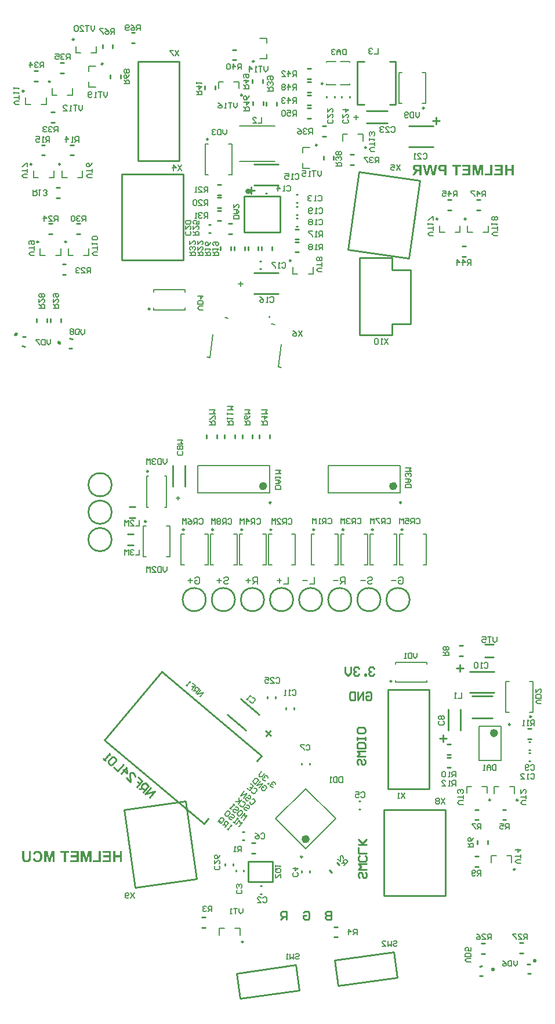
<source format=gbo>
G04 Layer_Color=48896*
%FSLAX44Y44*%
%MOMM*%
G71*
G01*
G75*
%ADD35C,0.2000*%
%ADD75C,0.8000*%
%ADD91C,0.2500*%
%ADD92C,0.6000*%
%ADD93C,0.2540*%
%ADD162C,0.1270*%
G36*
X780847Y1250426D02*
X777607D01*
Y1257437D01*
X771290D01*
Y1250426D01*
X768051D01*
Y1266438D01*
X771290D01*
Y1260144D01*
X777607D01*
Y1266438D01*
X780847D01*
Y1250426D01*
D02*
G37*
G36*
X736141D02*
X733156D01*
Y1263014D01*
X730010Y1250426D01*
X726886D01*
X723739Y1263014D01*
X723716Y1250426D01*
X720731D01*
Y1266438D01*
X725590D01*
X728436Y1255493D01*
X731305Y1266438D01*
X736141D01*
Y1250426D01*
D02*
G37*
G36*
X665474D02*
X661956D01*
X658763Y1262389D01*
X655616Y1250426D01*
X652122D01*
X648258Y1266438D01*
X651521D01*
X653973Y1255239D01*
X656750Y1266438D01*
X660638D01*
X663553Y1255424D01*
X665960Y1266438D01*
X669269D01*
X665474Y1250426D01*
D02*
G37*
G36*
X764695D02*
X752524D01*
Y1253133D01*
X761456D01*
Y1257483D01*
X753427D01*
Y1260191D01*
X761456D01*
Y1263731D01*
X752825D01*
Y1266438D01*
X764695D01*
Y1250426D01*
D02*
G37*
G36*
X749701D02*
X738409D01*
Y1253133D01*
X746462D01*
Y1266322D01*
X749701D01*
Y1250426D01*
D02*
G37*
G36*
X717445D02*
X705274D01*
Y1253133D01*
X714205D01*
Y1257483D01*
X706176D01*
Y1260191D01*
X714205D01*
Y1263731D01*
X705574D01*
Y1266438D01*
X717445D01*
Y1250426D01*
D02*
G37*
G36*
X703654Y1263731D02*
X698910D01*
Y1250426D01*
X695671D01*
Y1263731D01*
X690950D01*
Y1266438D01*
X703654D01*
Y1263731D01*
D02*
G37*
G36*
X682620Y1250426D02*
X679380D01*
Y1256465D01*
X676511D01*
X676164Y1256488D01*
X675840D01*
X675539Y1256511D01*
X675262Y1256535D01*
X675007Y1256558D01*
X674799Y1256581D01*
X674591D01*
X674429Y1256604D01*
X674267Y1256627D01*
X674151Y1256650D01*
X674058D01*
X673989Y1256673D01*
X673943D01*
X673619Y1256766D01*
X673318Y1256882D01*
X673040Y1256997D01*
X672786Y1257136D01*
X672578Y1257252D01*
X672415Y1257344D01*
X672323Y1257414D01*
X672277Y1257437D01*
X671976Y1257668D01*
X671721Y1257923D01*
X671467Y1258201D01*
X671282Y1258432D01*
X671120Y1258663D01*
X671004Y1258848D01*
X670935Y1258964D01*
X670911Y1259010D01*
X670726Y1259404D01*
X670587Y1259820D01*
X670495Y1260260D01*
X670425Y1260653D01*
X670379Y1260977D01*
Y1261139D01*
X670356Y1261255D01*
Y1261371D01*
Y1261440D01*
Y1261486D01*
Y1261509D01*
X670402Y1262180D01*
X670495Y1262805D01*
X670657Y1263314D01*
X670819Y1263777D01*
X670911Y1263962D01*
X671004Y1264124D01*
X671073Y1264263D01*
X671166Y1264402D01*
X671212Y1264494D01*
X671259Y1264564D01*
X671305Y1264587D01*
Y1264610D01*
X671675Y1265027D01*
X672045Y1265374D01*
X672439Y1265651D01*
X672786Y1265860D01*
X673110Y1265999D01*
X673364Y1266114D01*
X673457Y1266137D01*
X673526Y1266161D01*
X673572Y1266184D01*
X673596D01*
X673781Y1266230D01*
X674012Y1266276D01*
X674290Y1266299D01*
X674567Y1266322D01*
X675215Y1266369D01*
X675863Y1266415D01*
X676465D01*
X676719Y1266438D01*
X682620D01*
Y1250426D01*
D02*
G37*
G36*
X646569D02*
X643329D01*
Y1257113D01*
X642288D01*
X641964Y1257090D01*
X641686Y1257067D01*
X641455Y1257020D01*
X641270Y1256997D01*
X641154Y1256951D01*
X641085Y1256928D01*
X641062D01*
X640876Y1256835D01*
X640691Y1256743D01*
X640529Y1256627D01*
X640368Y1256535D01*
X640252Y1256419D01*
X640159Y1256326D01*
X640113Y1256280D01*
X640090Y1256257D01*
X639997Y1256141D01*
X639882Y1256025D01*
X639627Y1255678D01*
X639349Y1255308D01*
X639049Y1254892D01*
X638794Y1254521D01*
X638678Y1254336D01*
X638586Y1254197D01*
X638493Y1254082D01*
X638424Y1253989D01*
X638401Y1253920D01*
X638377Y1253897D01*
X636063Y1250426D01*
X632176D01*
X634143Y1253549D01*
X634351Y1253874D01*
X634560Y1254197D01*
X634745Y1254475D01*
X634930Y1254730D01*
X635092Y1254961D01*
X635230Y1255192D01*
X635508Y1255539D01*
X635716Y1255817D01*
X635855Y1256002D01*
X635971Y1256118D01*
X635994Y1256141D01*
X636249Y1256419D01*
X636549Y1256673D01*
X636827Y1256882D01*
X637105Y1257090D01*
X637336Y1257252D01*
X637521Y1257367D01*
X637660Y1257460D01*
X637683Y1257483D01*
X637706D01*
X637313Y1257553D01*
X636966Y1257645D01*
X636642Y1257738D01*
X636318Y1257853D01*
X636040Y1257969D01*
X635786Y1258085D01*
X635531Y1258201D01*
X635323Y1258339D01*
X635138Y1258455D01*
X634976Y1258571D01*
X634837Y1258687D01*
X634745Y1258779D01*
X634652Y1258848D01*
X634583Y1258918D01*
X634560Y1258941D01*
X634536Y1258964D01*
X634351Y1259196D01*
X634189Y1259427D01*
X633912Y1259936D01*
X633726Y1260422D01*
X633611Y1260908D01*
X633518Y1261324D01*
X633495Y1261486D01*
Y1261648D01*
X633472Y1261764D01*
Y1261880D01*
Y1261926D01*
Y1261949D01*
X633495Y1262458D01*
X633588Y1262944D01*
X633703Y1263361D01*
X633819Y1263731D01*
X633958Y1264032D01*
X634073Y1264263D01*
X634120Y1264333D01*
X634166Y1264402D01*
X634189Y1264425D01*
Y1264448D01*
X634467Y1264842D01*
X634768Y1265165D01*
X635069Y1265420D01*
X635369Y1265651D01*
X635647Y1265790D01*
X635855Y1265906D01*
X635994Y1265975D01*
X636017Y1265999D01*
X636040D01*
X636272Y1266068D01*
X636526Y1266137D01*
X637105Y1266253D01*
X637730Y1266322D01*
X638331Y1266392D01*
X638632D01*
X638886Y1266415D01*
X639141D01*
X639349Y1266438D01*
X646569D01*
Y1250426D01*
D02*
G37*
G36*
X208967Y249288D02*
X205727D01*
Y256300D01*
X199410D01*
Y249288D01*
X196171D01*
Y265301D01*
X199410D01*
Y259007D01*
X205727D01*
Y265301D01*
X208967D01*
Y249288D01*
D02*
G37*
G36*
X164261D02*
X161276D01*
Y261876D01*
X158130Y249288D01*
X155006D01*
X151859Y261876D01*
X151836Y249288D01*
X148851D01*
Y265301D01*
X153710D01*
X156556Y254356D01*
X159425Y265301D01*
X164261D01*
Y249288D01*
D02*
G37*
G36*
X110786D02*
X107801D01*
Y261876D01*
X104654Y249288D01*
X101531D01*
X98384Y261876D01*
X98360Y249288D01*
X95375D01*
Y265301D01*
X100235D01*
X103081Y254356D01*
X105950Y265301D01*
X110786D01*
Y249288D01*
D02*
G37*
G36*
X85796Y265578D02*
X86397Y265509D01*
X86930Y265393D01*
X87462Y265254D01*
X87925Y265093D01*
X88387Y264907D01*
X88781Y264699D01*
X89151Y264491D01*
X89498Y264283D01*
X89776Y264074D01*
X90030Y263889D01*
X90239Y263727D01*
X90400Y263589D01*
X90516Y263473D01*
X90586Y263403D01*
X90609Y263380D01*
X90979Y262941D01*
X91280Y262478D01*
X91557Y261992D01*
X91789Y261483D01*
X91997Y260951D01*
X92159Y260441D01*
X92298Y259932D01*
X92414Y259447D01*
X92506Y258961D01*
X92552Y258544D01*
X92599Y258151D01*
X92645Y257827D01*
Y257549D01*
X92668Y257341D01*
Y257202D01*
Y257179D01*
Y257156D01*
X92645Y256462D01*
X92576Y255814D01*
X92483Y255189D01*
X92344Y254634D01*
X92205Y254101D01*
X92020Y253592D01*
X91835Y253153D01*
X91650Y252759D01*
X91465Y252389D01*
X91280Y252065D01*
X91095Y251810D01*
X90956Y251579D01*
X90817Y251417D01*
X90724Y251278D01*
X90655Y251209D01*
X90632Y251186D01*
X90239Y250792D01*
X89822Y250469D01*
X89382Y250168D01*
X88943Y249936D01*
X88503Y249728D01*
X88063Y249543D01*
X87647Y249404D01*
X87254Y249288D01*
X86860Y249196D01*
X86513Y249126D01*
X86189Y249080D01*
X85935Y249057D01*
X85703Y249034D01*
X85541Y249011D01*
X85402D01*
X84916Y249034D01*
X84477Y249057D01*
X84037Y249126D01*
X83644Y249219D01*
X83273Y249312D01*
X82927Y249404D01*
X82603Y249520D01*
X82302Y249659D01*
X82047Y249774D01*
X81816Y249890D01*
X81608Y249982D01*
X81446Y250075D01*
X81307Y250168D01*
X81214Y250237D01*
X81168Y250260D01*
X81145Y250283D01*
X80844Y250538D01*
X80566Y250816D01*
X80057Y251440D01*
X79641Y252088D01*
X79317Y252713D01*
X79178Y253014D01*
X79062Y253291D01*
X78970Y253546D01*
X78877Y253754D01*
X78808Y253939D01*
X78761Y254078D01*
X78738Y254171D01*
Y254194D01*
X81885Y255166D01*
X82070Y254541D01*
X82279Y254009D01*
X82487Y253569D01*
X82718Y253199D01*
X82903Y252921D01*
X83065Y252736D01*
X83181Y252620D01*
X83227Y252574D01*
X83597Y252297D01*
X83968Y252111D01*
X84338Y251973D01*
X84662Y251857D01*
X84963Y251810D01*
X85217Y251787D01*
X85310Y251764D01*
X85426D01*
X85750Y251787D01*
X86050Y251810D01*
X86606Y251973D01*
X87092Y252158D01*
X87485Y252412D01*
X87809Y252644D01*
X88040Y252829D01*
X88133Y252921D01*
X88202Y252991D01*
X88225Y253014D01*
X88249Y253037D01*
X88434Y253291D01*
X88596Y253592D01*
X88758Y253916D01*
X88873Y254263D01*
X89058Y254981D01*
X89197Y255698D01*
X89243Y256045D01*
X89267Y256346D01*
X89313Y256647D01*
Y256901D01*
X89336Y257086D01*
Y257248D01*
Y257364D01*
Y257387D01*
X89313Y257919D01*
X89290Y258405D01*
X89243Y258845D01*
X89174Y259261D01*
X89081Y259632D01*
X88989Y259979D01*
X88896Y260280D01*
X88781Y260557D01*
X88688Y260789D01*
X88596Y260997D01*
X88503Y261159D01*
X88411Y261298D01*
X88341Y261413D01*
X88295Y261483D01*
X88249Y261529D01*
Y261552D01*
X88040Y261784D01*
X87809Y261992D01*
X87577Y262154D01*
X87323Y262293D01*
X86837Y262524D01*
X86374Y262686D01*
X85981Y262779D01*
X85796Y262802D01*
X85657Y262825D01*
X85518Y262848D01*
X85356D01*
X84893Y262825D01*
X84477Y262732D01*
X84107Y262617D01*
X83783Y262478D01*
X83528Y262339D01*
X83343Y262223D01*
X83227Y262131D01*
X83181Y262108D01*
X82880Y261830D01*
X82603Y261506D01*
X82394Y261182D01*
X82232Y260858D01*
X82117Y260580D01*
X82047Y260372D01*
X82001Y260280D01*
Y260210D01*
X81978Y260187D01*
Y260164D01*
X78784Y260928D01*
X79016Y261598D01*
X79270Y262177D01*
X79548Y262686D01*
X79803Y263103D01*
X80057Y263426D01*
X80150Y263565D01*
X80242Y263681D01*
X80312Y263750D01*
X80381Y263820D01*
X80404Y263866D01*
X80427D01*
X80774Y264167D01*
X81168Y264445D01*
X81538Y264676D01*
X81931Y264861D01*
X82348Y265046D01*
X82741Y265185D01*
X83135Y265301D01*
X83505Y265393D01*
X83852Y265463D01*
X84176Y265509D01*
X84454Y265555D01*
X84708Y265578D01*
X84916Y265602D01*
X85194D01*
X85796Y265578D01*
D02*
G37*
G36*
X75985Y256739D02*
Y256253D01*
X75961Y255791D01*
Y255351D01*
X75938Y254958D01*
X75915Y254587D01*
X75892Y254263D01*
X75869Y253962D01*
X75823Y253685D01*
X75799Y253453D01*
X75776Y253245D01*
X75753Y253060D01*
X75730Y252921D01*
X75707Y252806D01*
Y252736D01*
X75684Y252690D01*
Y252667D01*
X75568Y252320D01*
X75452Y251996D01*
X75290Y251695D01*
X75152Y251440D01*
X75013Y251209D01*
X74897Y251024D01*
X74805Y250931D01*
X74781Y250885D01*
X74504Y250584D01*
X74203Y250306D01*
X73879Y250075D01*
X73578Y249867D01*
X73324Y249705D01*
X73092Y249589D01*
X72953Y249520D01*
X72930Y249497D01*
X72907D01*
X72676Y249404D01*
X72421Y249335D01*
X71843Y249196D01*
X71264Y249103D01*
X70709Y249057D01*
X70454Y249034D01*
X70200Y249011D01*
X69991D01*
X69783Y248988D01*
X69413D01*
X68742Y249011D01*
X68140Y249057D01*
X67608Y249149D01*
X67168Y249242D01*
X66983Y249265D01*
X66798Y249312D01*
X66659Y249358D01*
X66544Y249404D01*
X66451Y249427D01*
X66382Y249450D01*
X66359Y249473D01*
X66336D01*
X65919Y249659D01*
X65549Y249890D01*
X65225Y250098D01*
X64947Y250306D01*
X64739Y250492D01*
X64577Y250630D01*
X64484Y250723D01*
X64461Y250769D01*
X64207Y251093D01*
X63998Y251440D01*
X63836Y251764D01*
X63698Y252088D01*
X63605Y252366D01*
X63536Y252597D01*
X63513Y252667D01*
Y252736D01*
X63489Y252759D01*
Y252782D01*
X63443Y253037D01*
X63397Y253315D01*
X63351Y253615D01*
X63327Y253916D01*
X63281Y254610D01*
X63235Y255282D01*
Y255582D01*
Y255883D01*
X63212Y256161D01*
Y256392D01*
Y256577D01*
Y256739D01*
Y256832D01*
Y256855D01*
Y265301D01*
X66451D01*
Y256415D01*
Y256068D01*
Y255744D01*
X66474Y255443D01*
Y255166D01*
X66498Y254934D01*
Y254703D01*
X66521Y254495D01*
Y254310D01*
X66567Y254032D01*
X66590Y253824D01*
X66613Y253708D01*
Y253662D01*
X66683Y253361D01*
X66798Y253106D01*
X66937Y252875D01*
X67076Y252667D01*
X67215Y252505D01*
X67330Y252389D01*
X67423Y252320D01*
X67446Y252297D01*
X67724Y252111D01*
X68071Y251973D01*
X68395Y251880D01*
X68742Y251810D01*
X69043Y251764D01*
X69274Y251741D01*
X69506D01*
X69991Y251764D01*
X70408Y251834D01*
X70778Y251926D01*
X71102Y252042D01*
X71334Y252134D01*
X71519Y252227D01*
X71611Y252297D01*
X71658Y252320D01*
X71912Y252551D01*
X72120Y252829D01*
X72305Y253083D01*
X72421Y253338D01*
X72514Y253569D01*
X72583Y253754D01*
X72629Y253870D01*
Y253916D01*
X72653Y254055D01*
X72676Y254194D01*
Y254379D01*
X72699Y254587D01*
X72722Y255027D01*
Y255490D01*
X72745Y255906D01*
Y256091D01*
Y256276D01*
Y256415D01*
Y256508D01*
Y256577D01*
Y256600D01*
Y265301D01*
X75985D01*
Y256739D01*
D02*
G37*
G36*
X192815Y249288D02*
X180644D01*
Y251996D01*
X189576D01*
Y256346D01*
X181547D01*
Y259053D01*
X189576D01*
Y262593D01*
X180945D01*
Y265301D01*
X192815D01*
Y249288D01*
D02*
G37*
G36*
X177821D02*
X166529D01*
Y251996D01*
X174582D01*
Y265185D01*
X177821D01*
Y249288D01*
D02*
G37*
G36*
X145565D02*
X133393D01*
Y251996D01*
X142325D01*
Y256346D01*
X134296D01*
Y259053D01*
X142325D01*
Y262593D01*
X133694D01*
Y265301D01*
X145565D01*
Y249288D01*
D02*
G37*
G36*
X131774Y262593D02*
X127030D01*
Y249288D01*
X123791D01*
Y262593D01*
X119070D01*
Y265301D01*
X131774D01*
Y262593D01*
D02*
G37*
%LPC*%
G36*
X679380Y1263731D02*
X676974D01*
X676743Y1263708D01*
X676534D01*
X676326Y1263685D01*
X676025D01*
X675794Y1263661D01*
X675632Y1263638D01*
X675539Y1263615D01*
X675516D01*
X675238Y1263546D01*
X674984Y1263453D01*
X674753Y1263337D01*
X674567Y1263199D01*
X674429Y1263083D01*
X674313Y1262990D01*
X674243Y1262921D01*
X674220Y1262898D01*
X674035Y1262666D01*
X673920Y1262435D01*
X673827Y1262180D01*
X673758Y1261949D01*
X673711Y1261741D01*
X673688Y1261579D01*
Y1261486D01*
Y1261440D01*
X673711Y1261186D01*
X673735Y1260954D01*
X673804Y1260746D01*
X673873Y1260561D01*
X673943Y1260399D01*
X673989Y1260283D01*
X674035Y1260214D01*
X674058Y1260191D01*
X674197Y1260005D01*
X674382Y1259844D01*
X674544Y1259705D01*
X674706Y1259589D01*
X674845Y1259520D01*
X674961Y1259450D01*
X675053Y1259427D01*
X675077Y1259404D01*
X675215Y1259358D01*
X675377Y1259334D01*
X675748Y1259265D01*
X676164Y1259219D01*
X676581Y1259196D01*
X676997D01*
X677159Y1259172D01*
X679380D01*
Y1263731D01*
D02*
G37*
G36*
X643329D02*
X639627D01*
X639419Y1263708D01*
X638910D01*
X638701Y1263685D01*
X638563D01*
X638493Y1263661D01*
X638470D01*
X638192Y1263592D01*
X637938Y1263500D01*
X637730Y1263407D01*
X637568Y1263291D01*
X637429Y1263176D01*
X637313Y1263106D01*
X637267Y1263037D01*
X637244Y1263014D01*
X637105Y1262828D01*
X636989Y1262597D01*
X636920Y1262389D01*
X636850Y1262180D01*
X636827Y1261995D01*
X636804Y1261857D01*
Y1261764D01*
Y1261718D01*
X636827Y1261463D01*
X636850Y1261232D01*
X636920Y1261024D01*
X636966Y1260838D01*
X637035Y1260700D01*
X637105Y1260607D01*
X637128Y1260538D01*
X637151Y1260515D01*
X637290Y1260352D01*
X637429Y1260214D01*
X637730Y1260005D01*
X637845Y1259936D01*
X637961Y1259890D01*
X638030Y1259844D01*
X638054D01*
X638169Y1259820D01*
X638354Y1259774D01*
X638539Y1259751D01*
X638748Y1259728D01*
X639234Y1259705D01*
X639720Y1259681D01*
X640182Y1259658D01*
X643329D01*
Y1263731D01*
D02*
G37*
%LPD*%
D35*
X274077Y694507D02*
X278827D01*
X274077Y739507D02*
X278827D01*
X239827Y694507D02*
X244577D01*
X239827Y739507D02*
X244577D01*
X278827Y694507D02*
X278827Y739507D01*
X239827Y694507D02*
Y739507D01*
X271077Y766507D02*
X273827D01*
X271077Y812507D02*
X273827Y812507D01*
X244827Y766507D02*
X247577D01*
X244827Y812507D02*
X247577D01*
X273827Y766507D02*
Y812507D01*
X244827Y766507D02*
Y812507D01*
X319827Y787507D02*
Y827507D01*
X424827Y787507D02*
Y827507D01*
X319827D02*
X424827D01*
X319827Y787507D02*
X424827D01*
X519577Y682507D02*
X524327D01*
X519577Y727507D02*
X524327D01*
X485327Y682507D02*
X490077D01*
X485327Y727507D02*
X490077D01*
X524327Y682507D02*
X524327Y727507D01*
X485327Y682507D02*
Y727507D01*
X562577Y682507D02*
X567327D01*
X562577Y727507D02*
X567327D01*
X528327Y682507D02*
X533077D01*
X528327Y727507D02*
X533077D01*
X567327Y682507D02*
X567327Y727507D01*
X528327Y682507D02*
Y727507D01*
X648577Y682507D02*
X653327D01*
X648577Y727507D02*
X653327D01*
X614327Y682507D02*
X619077D01*
X614327Y727507D02*
X619077D01*
X653327Y682507D02*
X653327Y727507D01*
X614327Y682507D02*
Y727507D01*
X605577Y682507D02*
X610327D01*
X605577Y727507D02*
X610327D01*
X571327Y682507D02*
X576077D01*
X571327Y727507D02*
X576077D01*
X610327Y682507D02*
X610327Y727507D01*
X571327Y682507D02*
Y727507D01*
X414577Y682507D02*
X419327D01*
X414577Y727507D02*
X419327D01*
X380327Y682507D02*
X385077D01*
X380327Y727507D02*
X385077D01*
X419327Y682507D02*
X419327Y727507D01*
X380327Y682507D02*
Y727507D01*
X329577Y682507D02*
X334327D01*
X329577Y727507D02*
X334327D01*
X295327Y682507D02*
X300077D01*
X295327Y727507D02*
X300077D01*
X334327Y682507D02*
X334327Y727507D01*
X295327Y682507D02*
Y727507D01*
X457077Y682507D02*
X461827D01*
X457077Y727507D02*
X461827D01*
X422827Y682507D02*
X427577D01*
X422827Y727507D02*
X427577D01*
X461827Y682507D02*
X461827Y727507D01*
X422827Y682507D02*
Y727507D01*
X509827Y787507D02*
Y827507D01*
X614827D02*
X614827Y787507D01*
X509827Y827507D02*
X614827D01*
X509827Y787507D02*
X614827D01*
X372077Y682507D02*
X376827D01*
X372077Y727507D02*
X376827D01*
X337827Y682507D02*
X342577D01*
X337827Y727507D02*
X342577D01*
X376827Y682507D02*
X376827Y727507D01*
X337827Y682507D02*
Y727507D01*
X451827Y664503D02*
Y654507D01*
X445162D01*
X441830Y659505D02*
X435165D01*
X438498Y662837D02*
Y656173D01*
X630824Y795007D02*
X622827D01*
Y799006D01*
X624160Y800338D01*
X629491D01*
X630824Y799006D01*
Y795007D01*
X622827Y803004D02*
X628158D01*
X630824Y805670D01*
X628158Y808336D01*
X622827D01*
X626825D01*
Y803004D01*
X629491Y811002D02*
X630824Y812335D01*
Y815000D01*
X629491Y816333D01*
X628158D01*
X626825Y815000D01*
Y813667D01*
Y815000D01*
X625493Y816333D01*
X624160D01*
X622827Y815000D01*
Y812335D01*
X624160Y811002D01*
X622827Y818999D02*
X630824D01*
X628158Y821665D01*
X630824Y824331D01*
X622827D01*
X440824Y793007D02*
X432827D01*
Y797005D01*
X434160Y798338D01*
X439491D01*
X440824Y797005D01*
Y793007D01*
X432827Y801004D02*
X438158D01*
X440824Y803670D01*
X438158Y806336D01*
X432827D01*
X436825D01*
Y801004D01*
X432827Y809002D02*
Y811667D01*
Y810334D01*
X440824D01*
X439491Y809002D01*
X432827Y815666D02*
X440824D01*
X438158Y818332D01*
X440824Y820998D01*
X432827D01*
X534327Y654507D02*
Y664503D01*
X529328D01*
X527662Y662837D01*
Y659505D01*
X529328Y657839D01*
X534327D01*
X530994D02*
X527662Y654507D01*
X524330Y659505D02*
X517665D01*
X406827Y654507D02*
Y664503D01*
X401828D01*
X400162Y662837D01*
Y659505D01*
X401828Y657839D01*
X406827D01*
X403494D02*
X400162Y654507D01*
X396830Y659505D02*
X390165D01*
X393498Y662837D02*
Y656173D01*
X489327Y664503D02*
Y654507D01*
X482662D01*
X479330Y659505D02*
X472665D01*
X274327Y837504D02*
Y832173D01*
X271661Y829507D01*
X268995Y832173D01*
Y837504D01*
X266329D02*
Y829507D01*
X262331D01*
X260998Y830840D01*
Y836171D01*
X262331Y837504D01*
X266329D01*
X258332Y836171D02*
X256999Y837504D01*
X254333D01*
X253000Y836171D01*
Y834838D01*
X254333Y833505D01*
X255666D01*
X254333D01*
X253000Y832173D01*
Y830840D01*
X254333Y829507D01*
X256999D01*
X258332Y830840D01*
X250334Y829507D02*
Y837504D01*
X247669Y834838D01*
X245003Y837504D01*
Y829507D01*
X274327Y680004D02*
Y674672D01*
X271661Y672007D01*
X268995Y674672D01*
Y680004D01*
X266329D02*
Y672007D01*
X262331D01*
X260998Y673340D01*
Y678671D01*
X262331Y680004D01*
X266329D01*
X253000Y672007D02*
X258332D01*
X253000Y677338D01*
Y678671D01*
X254333Y680004D01*
X256999D01*
X258332Y678671D01*
X250334Y672007D02*
Y680004D01*
X247669Y677338D01*
X245003Y680004D01*
Y672007D01*
X362827Y887007D02*
X370824D01*
Y891005D01*
X369491Y892338D01*
X366825D01*
X365493Y891005D01*
Y887007D01*
Y889672D02*
X362827Y892338D01*
Y895004D02*
Y897670D01*
Y896337D01*
X370824D01*
X369491Y895004D01*
X362827Y901669D02*
Y904334D01*
Y903002D01*
X370824D01*
X369491Y901669D01*
X362827Y908333D02*
X370824D01*
X368158Y910999D01*
X370824Y913665D01*
X362827D01*
X336827Y887007D02*
X344824D01*
Y891005D01*
X343491Y892338D01*
X340826D01*
X339493Y891005D01*
Y887007D01*
Y889672D02*
X336827Y892338D01*
X344824Y895004D02*
Y900336D01*
X343491D01*
X338160Y895004D01*
X336827D01*
Y903002D02*
X344824D01*
X342158Y905667D01*
X344824Y908333D01*
X336827D01*
X387827Y887007D02*
X395824D01*
Y891005D01*
X394491Y892338D01*
X391825D01*
X390493Y891005D01*
Y887007D01*
Y889672D02*
X387827Y892338D01*
X395824Y900336D02*
X394491Y897670D01*
X391825Y895004D01*
X389160D01*
X387827Y896337D01*
Y899003D01*
X389160Y900336D01*
X390493D01*
X391825Y899003D01*
Y895004D01*
X387827Y903002D02*
X395824D01*
X393158Y905667D01*
X395824Y908333D01*
X387827D01*
X412827Y887007D02*
X420824D01*
Y891005D01*
X419491Y892338D01*
X416825D01*
X415493Y891005D01*
Y887007D01*
Y889672D02*
X412827Y892338D01*
Y899003D02*
X420824D01*
X416825Y895004D01*
Y900336D01*
X412827Y903002D02*
X420824D01*
X418158Y905667D01*
X420824Y908333D01*
X412827D01*
X363495Y748671D02*
X364828Y750004D01*
X367494D01*
X368827Y748671D01*
Y743340D01*
X367494Y742007D01*
X364828D01*
X363495Y743340D01*
X360829Y742007D02*
Y750004D01*
X356831D01*
X355498Y748671D01*
Y746005D01*
X356831Y744672D01*
X360829D01*
X358163D02*
X355498Y742007D01*
X352832Y748671D02*
X351499Y750004D01*
X348833D01*
X347500Y748671D01*
Y747338D01*
X348833Y746005D01*
X347500Y744672D01*
Y743340D01*
X348833Y742007D01*
X351499D01*
X352832Y743340D01*
Y744672D01*
X351499Y746005D01*
X352832Y747338D01*
Y748671D01*
X351499Y746005D02*
X348833D01*
X344835Y742007D02*
Y750004D01*
X342169Y747338D01*
X339503Y750004D01*
Y742007D01*
X595495Y749171D02*
X596828Y750504D01*
X599494D01*
X600827Y749171D01*
Y743840D01*
X599494Y742507D01*
X596828D01*
X595495Y743840D01*
X592829Y742507D02*
Y750504D01*
X588831D01*
X587498Y749171D01*
Y746505D01*
X588831Y745173D01*
X592829D01*
X590163D02*
X587498Y742507D01*
X584832Y750504D02*
X579500D01*
Y749171D01*
X584832Y743840D01*
Y742507D01*
X576834D02*
Y750504D01*
X574169Y747838D01*
X571503Y750504D01*
Y742507D01*
X321495Y748671D02*
X322828Y750004D01*
X325494D01*
X326827Y748671D01*
Y743340D01*
X325494Y742007D01*
X322828D01*
X321495Y743340D01*
X318829Y742007D02*
Y750004D01*
X314831D01*
X313498Y748671D01*
Y746005D01*
X314831Y744672D01*
X318829D01*
X316164D02*
X313498Y742007D01*
X305500Y750004D02*
X308166Y748671D01*
X310832Y746005D01*
Y743340D01*
X309499Y742007D01*
X306833D01*
X305500Y743340D01*
Y744672D01*
X306833Y746005D01*
X310832D01*
X302834Y742007D02*
Y750004D01*
X300169Y747338D01*
X297503Y750004D01*
Y742007D01*
X638495Y749171D02*
X639828Y750504D01*
X642494D01*
X643827Y749171D01*
Y743840D01*
X642494Y742507D01*
X639828D01*
X638495Y743840D01*
X635829Y742507D02*
Y750504D01*
X631831D01*
X630498Y749171D01*
Y746505D01*
X631831Y745173D01*
X635829D01*
X633164D02*
X630498Y742507D01*
X622500Y750504D02*
X627832D01*
Y746505D01*
X625166Y747838D01*
X623833D01*
X622500Y746505D01*
Y743840D01*
X623833Y742507D01*
X626499D01*
X627832Y743840D01*
X619835Y742507D02*
Y750504D01*
X617169Y747838D01*
X614503Y750504D01*
Y742507D01*
X405495Y748671D02*
X406828Y750004D01*
X409494D01*
X410827Y748671D01*
Y743340D01*
X409494Y742007D01*
X406828D01*
X405495Y743340D01*
X402829Y742007D02*
Y750004D01*
X398831D01*
X397498Y748671D01*
Y746005D01*
X398831Y744672D01*
X402829D01*
X400163D02*
X397498Y742007D01*
X390833D02*
Y750004D01*
X394832Y746005D01*
X389500D01*
X386834Y742007D02*
Y750004D01*
X384169Y747338D01*
X381503Y750004D01*
Y742007D01*
X552495Y749171D02*
X553828Y750504D01*
X556494D01*
X557827Y749171D01*
Y743840D01*
X556494Y742507D01*
X553828D01*
X552495Y743840D01*
X549829Y742507D02*
Y750504D01*
X545831D01*
X544498Y749171D01*
Y746505D01*
X545831Y745173D01*
X549829D01*
X547164D02*
X544498Y742507D01*
X541832Y749171D02*
X540499Y750504D01*
X537833D01*
X536500Y749171D01*
Y747838D01*
X537833Y746505D01*
X539166D01*
X537833D01*
X536500Y745173D01*
Y743840D01*
X537833Y742507D01*
X540499D01*
X541832Y743840D01*
X533834Y742507D02*
Y750504D01*
X531169Y747838D01*
X528503Y750504D01*
Y742507D01*
X451495Y748671D02*
X452828Y750004D01*
X455494D01*
X456827Y748671D01*
Y743340D01*
X455494Y742007D01*
X452828D01*
X451495Y743340D01*
X448829Y742007D02*
Y750004D01*
X444831D01*
X443498Y748671D01*
Y746005D01*
X444831Y744672D01*
X448829D01*
X446163D02*
X443498Y742007D01*
X435500D02*
X440832D01*
X435500Y747338D01*
Y748671D01*
X436833Y750004D01*
X439499D01*
X440832Y748671D01*
X432835Y742007D02*
Y750004D01*
X430169Y747338D01*
X427503Y750004D01*
Y742007D01*
X509495Y749171D02*
X510828Y750504D01*
X513494D01*
X514827Y749171D01*
Y743840D01*
X513494Y742507D01*
X510828D01*
X509495Y743840D01*
X506829Y742507D02*
Y750504D01*
X502831D01*
X501498Y749171D01*
Y746505D01*
X502831Y745173D01*
X506829D01*
X504164D02*
X501498Y742507D01*
X498832D02*
X496166D01*
X497499D01*
Y750504D01*
X498832Y749171D01*
X492167Y742507D02*
Y750504D01*
X489502Y747838D01*
X486836Y750504D01*
Y742507D01*
X296241Y848338D02*
X297574Y847005D01*
Y844340D01*
X296241Y843007D01*
X290910D01*
X289577Y844340D01*
Y847005D01*
X290910Y848338D01*
X296241Y851004D02*
X297574Y852337D01*
Y855003D01*
X296241Y856336D01*
X294908D01*
X293575Y855003D01*
X292243Y856336D01*
X290910D01*
X289577Y855003D01*
Y852337D01*
X290910Y851004D01*
X292243D01*
X293575Y852337D01*
X294908Y851004D01*
X296241D01*
X293575Y852337D02*
Y855003D01*
X289577Y859002D02*
X297574D01*
X294908Y861667D01*
X297574Y864333D01*
X289577D01*
X315162Y662837D02*
X316828Y664503D01*
X320161D01*
X321827Y662837D01*
Y656173D01*
X320161Y654507D01*
X316828D01*
X315162Y656173D01*
Y659505D01*
X318494D01*
X311830D02*
X305166D01*
X308498Y662837D02*
Y656173D01*
X612662Y662837D02*
X614328Y664503D01*
X617661D01*
X619327Y662837D01*
Y656173D01*
X617661Y654507D01*
X614328D01*
X612662Y656173D01*
Y659505D01*
X615994D01*
X609330D02*
X602665D01*
X357662Y662837D02*
X359328Y664503D01*
X362661D01*
X364327Y662837D01*
Y661171D01*
X362661Y659505D01*
X359328D01*
X357662Y657839D01*
Y656173D01*
X359328Y654507D01*
X362661D01*
X364327Y656173D01*
X354330Y659505D02*
X347665D01*
X350998Y662837D02*
Y656173D01*
X567662Y662837D02*
X569328Y664503D01*
X572661D01*
X574327Y662837D01*
Y661171D01*
X572661Y659505D01*
X569328D01*
X567662Y657839D01*
Y656173D01*
X569328Y654507D01*
X572661D01*
X574327Y656173D01*
X564330Y659505D02*
X557665D01*
X234327Y747504D02*
Y739507D01*
X228995D01*
X220998D02*
X226329D01*
X220998Y744838D01*
Y746171D01*
X222331Y747504D01*
X224996D01*
X226329Y746171D01*
X218332Y739507D02*
Y747504D01*
X215666Y744838D01*
X213000Y747504D01*
Y739507D01*
X234327Y705004D02*
Y697007D01*
X228995D01*
X226329Y703671D02*
X224996Y705004D01*
X222331D01*
X220998Y703671D01*
Y702338D01*
X222331Y701005D01*
X223664D01*
X222331D01*
X220998Y699672D01*
Y698340D01*
X222331Y697007D01*
X224996D01*
X226329Y698340D01*
X218332Y697007D02*
Y705004D01*
X215666Y702338D01*
X213000Y705004D01*
Y697007D01*
X287827Y780248D02*
X293158D01*
X290493Y777582D02*
Y782914D01*
X425144Y1044235D02*
G03*
X425144Y1044235I-1000J0D01*
G01*
X68347Y1363926D02*
X68347Y1353926D01*
X75597Y1353926D01*
X98347Y1353926D02*
X98347Y1363926D01*
X91097Y1353926D02*
X98347Y1353926D01*
X89597Y1133926D02*
X89597Y1143926D01*
X89597Y1133926D02*
X96847Y1133926D01*
X119597D02*
Y1143926D01*
X112347Y1133926D02*
X119597D01*
X560847Y1301176D02*
Y1311176D01*
X553597D02*
X560847D01*
X530847Y1311176D02*
X530847Y1301176D01*
X530847Y1311176D02*
X538097Y1311176D01*
X380097Y1322926D02*
X432097D01*
X380097Y1270926D02*
X432097Y1270926D01*
X330347Y1251926D02*
Y1296926D01*
X369347Y1251926D02*
Y1296926D01*
X330347D02*
X335097Y1296926D01*
X330347Y1251926D02*
X335097Y1251926D01*
X364597Y1296926D02*
X369347Y1296926D01*
X364597Y1251926D02*
X369347Y1251926D01*
X255097Y1054676D02*
X301097D01*
X255097Y1083676D02*
X301097D01*
X255097Y1054676D02*
Y1057426D01*
X301097Y1054676D02*
Y1057426D01*
X255097Y1080926D02*
Y1083676D01*
X301097D02*
X301097Y1080926D01*
X713597Y1167426D02*
Y1177426D01*
Y1167426D02*
X720847D01*
X743597Y1167426D02*
X743597Y1177426D01*
X736347Y1167426D02*
X743597Y1167426D01*
X672597Y1167426D02*
X672597Y1177426D01*
X672597Y1167426D02*
X679847Y1167426D01*
X702597Y1177426D02*
X702597Y1167426D01*
X695347D02*
X702597D01*
X379597Y1387426D02*
X379597Y1377426D01*
X372347Y1387426D02*
X379597Y1387426D01*
X349597Y1377426D02*
X349597Y1387426D01*
X356847Y1387426D01*
X472597Y1291176D02*
X482597Y1291176D01*
X472597Y1283926D02*
X472597Y1291176D01*
X472597Y1261176D02*
X482597D01*
X472597D02*
Y1268426D01*
X410347Y1420926D02*
X420347Y1420926D01*
X420347Y1428176D01*
X410347Y1450926D02*
X420347Y1450926D01*
X420347Y1443676D01*
X106597Y1377676D02*
X106597Y1367676D01*
X113847Y1367676D01*
X136597Y1367676D02*
X136597Y1377676D01*
X129347Y1367676D02*
X136597Y1367676D01*
X130347Y1143926D02*
X130347Y1133926D01*
X137597Y1133926D01*
X160347Y1133926D02*
X160347Y1143926D01*
X153097Y1133926D02*
X160347Y1133926D01*
X458097Y1116676D02*
X458097Y1106676D01*
X465347Y1106676D01*
X488097Y1106676D02*
X488097Y1116676D01*
X480847Y1106676D02*
X488097Y1106676D01*
X79597Y1257176D02*
X79597Y1247176D01*
X86847Y1247176D01*
X109597Y1247176D02*
X109597Y1257176D01*
X102347Y1247176D02*
X109597Y1247176D01*
X121347Y1257176D02*
X121347Y1247176D01*
X128597Y1247176D01*
X151347Y1247176D02*
X151347Y1257176D01*
X144097Y1247176D02*
X151347Y1247176D01*
X652097Y1355426D02*
Y1400426D01*
X613097Y1355426D02*
Y1400426D01*
X647347Y1355426D02*
X652097Y1355426D01*
X647347Y1400426D02*
X652097D01*
X613097Y1355426D02*
X617847Y1355426D01*
X613097Y1400426D02*
X617847D01*
X507597Y1416926D02*
X521347D01*
X507597Y1415676D02*
Y1416926D01*
X527847Y1416926D02*
X541597Y1416926D01*
Y1415676D02*
Y1416926D01*
Y1382926D02*
Y1384176D01*
X527847Y1382926D02*
X541597Y1382926D01*
X507597D02*
X521347Y1382926D01*
X507597Y1382926D02*
Y1384176D01*
X160097Y1386926D02*
X160097Y1379676D01*
X170097Y1379676D01*
X160097Y1402426D02*
Y1409676D01*
X170097D01*
X164097Y1429176D02*
X171347Y1429176D01*
X171347Y1439176D01*
X141347Y1429176D02*
X148597Y1429176D01*
X141347Y1439176D02*
X141347Y1429176D01*
X495015Y1220090D02*
X496348Y1221423D01*
X499014D01*
X500347Y1220090D01*
Y1214759D01*
X499014Y1213426D01*
X496348D01*
X495015Y1214759D01*
X492349Y1213426D02*
X489683D01*
X491016D01*
Y1221423D01*
X492349Y1220090D01*
X485685D02*
X484352Y1221423D01*
X481686D01*
X480353Y1220090D01*
Y1218757D01*
X481686Y1217424D01*
X483019D01*
X481686D01*
X480353Y1216092D01*
Y1214759D01*
X481686Y1213426D01*
X484352D01*
X485685Y1214759D01*
X449265Y1234340D02*
X450598Y1235673D01*
X453264D01*
X454597Y1234340D01*
Y1229009D01*
X453264Y1227676D01*
X450598D01*
X449265Y1229009D01*
X446599Y1227676D02*
X443933D01*
X445266D01*
Y1235673D01*
X446599Y1234340D01*
X435936Y1227676D02*
Y1235673D01*
X439935Y1231674D01*
X434603D01*
X461515Y1251840D02*
X462848Y1253173D01*
X465514D01*
X466847Y1251840D01*
Y1246509D01*
X465514Y1245176D01*
X462848D01*
X461515Y1246509D01*
X458849Y1245176D02*
X456184D01*
X457516D01*
Y1253173D01*
X458849Y1251840D01*
X446853Y1253173D02*
X452185D01*
Y1249174D01*
X449519Y1250507D01*
X448186D01*
X446853Y1249174D01*
Y1246509D01*
X448186Y1245176D01*
X450852D01*
X452185Y1246509D01*
X424764Y1072341D02*
X426097Y1073674D01*
X428763D01*
X430095Y1072341D01*
Y1067010D01*
X428763Y1065677D01*
X426097D01*
X424764Y1067010D01*
X422098Y1065677D02*
X419432D01*
X420765D01*
Y1073674D01*
X422098Y1072341D01*
X410102Y1073674D02*
X412768Y1072341D01*
X415434Y1069675D01*
Y1067010D01*
X414101Y1065677D01*
X411435D01*
X410102Y1067010D01*
Y1068342D01*
X411435Y1069675D01*
X415434D01*
X442265Y1122340D02*
X443598Y1123673D01*
X446264D01*
X447597Y1122340D01*
Y1117009D01*
X446264Y1115676D01*
X443598D01*
X442265Y1117009D01*
X439599Y1115676D02*
X436934D01*
X438266D01*
Y1123673D01*
X439599Y1122340D01*
X432935Y1123673D02*
X427603D01*
Y1122340D01*
X432935Y1117009D01*
Y1115676D01*
X496265Y1185340D02*
X497598Y1186673D01*
X500264D01*
X501597Y1185340D01*
Y1180009D01*
X500264Y1178676D01*
X497598D01*
X496265Y1180009D01*
X493599Y1178676D02*
X490933D01*
X492266D01*
Y1186673D01*
X493599Y1185340D01*
X486935D02*
X485602Y1186673D01*
X482936D01*
X481603Y1185340D01*
Y1184007D01*
X482936Y1182674D01*
X481603Y1181341D01*
Y1180009D01*
X482936Y1178676D01*
X485602D01*
X486935Y1180009D01*
Y1181341D01*
X485602Y1182674D01*
X486935Y1184007D01*
Y1185340D01*
X485602Y1182674D02*
X482936D01*
X496265Y1201840D02*
X497598Y1203173D01*
X500264D01*
X501597Y1201840D01*
Y1196509D01*
X500264Y1195176D01*
X497598D01*
X496265Y1196509D01*
X493599Y1195176D02*
X490933D01*
X492266D01*
Y1203173D01*
X493599Y1201840D01*
X486935Y1196509D02*
X485602Y1195176D01*
X482936D01*
X481603Y1196509D01*
Y1201840D01*
X482936Y1203173D01*
X485602D01*
X486935Y1201840D01*
Y1200507D01*
X485602Y1199174D01*
X481603D01*
X308261Y1169007D02*
X309594Y1167674D01*
Y1165009D01*
X308261Y1163676D01*
X302930D01*
X301597Y1165009D01*
Y1167674D01*
X302930Y1169007D01*
X301597Y1177005D02*
Y1171673D01*
X306928Y1177005D01*
X308261D01*
X309594Y1175672D01*
Y1173006D01*
X308261Y1171673D01*
Y1179671D02*
X309594Y1181003D01*
Y1183669D01*
X308261Y1185002D01*
X302930D01*
X301597Y1183669D01*
Y1181003D01*
X302930Y1179671D01*
X308261D01*
X648515Y1281590D02*
X649848Y1282923D01*
X652514D01*
X653847Y1281590D01*
Y1276259D01*
X652514Y1274926D01*
X649848D01*
X648515Y1276259D01*
X640518Y1274926D02*
X645849D01*
X640518Y1280257D01*
Y1281590D01*
X641851Y1282923D01*
X644516D01*
X645849Y1281590D01*
X637852Y1274926D02*
X635186D01*
X636519D01*
Y1282923D01*
X637852Y1281590D01*
X515761Y1332007D02*
X517094Y1330674D01*
Y1328009D01*
X515761Y1326676D01*
X510430D01*
X509097Y1328009D01*
Y1330674D01*
X510430Y1332007D01*
X509097Y1340005D02*
Y1334673D01*
X514428Y1340005D01*
X515761D01*
X517094Y1338672D01*
Y1336006D01*
X515761Y1334673D01*
X509097Y1348002D02*
Y1342671D01*
X514428Y1348002D01*
X515761D01*
X517094Y1346669D01*
Y1344003D01*
X515761Y1342671D01*
X601765Y1320340D02*
X603098Y1321673D01*
X605764D01*
X607097Y1320340D01*
Y1315009D01*
X605764Y1313676D01*
X603098D01*
X601765Y1315009D01*
X593768Y1313676D02*
X599099D01*
X593768Y1319007D01*
Y1320340D01*
X595101Y1321673D01*
X597766D01*
X599099Y1320340D01*
X591102D02*
X589769Y1321673D01*
X587103D01*
X585770Y1320340D01*
Y1319007D01*
X587103Y1317675D01*
X588436D01*
X587103D01*
X585770Y1316342D01*
Y1315009D01*
X587103Y1313676D01*
X589769D01*
X591102Y1315009D01*
X538261Y1332007D02*
X539594Y1330674D01*
Y1328009D01*
X538261Y1326676D01*
X532930D01*
X531597Y1328009D01*
Y1330674D01*
X532930Y1332007D01*
X531597Y1340005D02*
Y1334673D01*
X536928Y1340005D01*
X538261D01*
X539594Y1338672D01*
Y1336006D01*
X538261Y1334673D01*
X531597Y1346669D02*
X539594D01*
X535596Y1342671D01*
Y1348002D01*
X379844Y1187176D02*
X371847D01*
Y1191174D01*
X373180Y1192507D01*
X378511D01*
X379844Y1191174D01*
Y1187176D01*
X371847Y1195173D02*
X377178D01*
X379844Y1197839D01*
X377178Y1200505D01*
X371847D01*
X375845D01*
Y1195173D01*
X371847Y1208502D02*
Y1203171D01*
X377178Y1208502D01*
X378511D01*
X379844Y1207169D01*
Y1204503D01*
X378511Y1203171D01*
X536097Y1434923D02*
Y1426926D01*
X532098D01*
X530765Y1428259D01*
Y1433590D01*
X532098Y1434923D01*
X536097D01*
X528099Y1426926D02*
Y1432257D01*
X525434Y1434923D01*
X522768Y1432257D01*
Y1426926D01*
Y1430925D01*
X528099D01*
X520102Y1433590D02*
X518769Y1434923D01*
X516103D01*
X514770Y1433590D01*
Y1432257D01*
X516103Y1430925D01*
X517436D01*
X516103D01*
X514770Y1429592D01*
Y1428259D01*
X516103Y1426926D01*
X518769D01*
X520102Y1428259D01*
X412847Y1335423D02*
Y1327426D01*
X407515D01*
X399518D02*
X404849D01*
X399518Y1332757D01*
Y1334090D01*
X400851Y1335423D01*
X403516D01*
X404849Y1334090D01*
X582597Y1435923D02*
Y1427926D01*
X577265D01*
X574599Y1434590D02*
X573266Y1435923D01*
X570601D01*
X569268Y1434590D01*
Y1433257D01*
X570601Y1431924D01*
X571934D01*
X570601D01*
X569268Y1430592D01*
Y1429259D01*
X570601Y1427926D01*
X573266D01*
X574599Y1429259D01*
X79347Y1229426D02*
Y1221428D01*
X83346D01*
X84679Y1222761D01*
Y1225427D01*
X83346Y1226760D01*
X79347D01*
X82013D02*
X84679Y1229426D01*
X87345D02*
X90010D01*
X88677D01*
Y1221428D01*
X87345Y1222761D01*
X94009D02*
X95342Y1221428D01*
X98008D01*
X99341Y1222761D01*
Y1224094D01*
X98008Y1225427D01*
X96675D01*
X98008D01*
X99341Y1226760D01*
Y1228093D01*
X98008Y1229426D01*
X95342D01*
X94009Y1228093D01*
X145597Y1299176D02*
Y1307173D01*
X141598D01*
X140265Y1305840D01*
Y1303174D01*
X141598Y1301841D01*
X145597D01*
X142931D02*
X140265Y1299176D01*
X137599D02*
X134934D01*
X136266D01*
Y1307173D01*
X137599Y1305840D01*
X126936Y1299176D02*
Y1307173D01*
X130935Y1303174D01*
X125603D01*
X103097Y1299176D02*
Y1307173D01*
X99098D01*
X97765Y1305840D01*
Y1303174D01*
X99098Y1301842D01*
X103097D01*
X100431D02*
X97765Y1299176D01*
X95099D02*
X92434D01*
X93766D01*
Y1307173D01*
X95099Y1305840D01*
X83103Y1307173D02*
X88435D01*
Y1303174D01*
X85769Y1304507D01*
X84436D01*
X83103Y1303174D01*
Y1300509D01*
X84436Y1299176D01*
X87102D01*
X88435Y1300509D01*
X330347Y1133676D02*
X338344D01*
Y1137674D01*
X337011Y1139007D01*
X334346D01*
X333013Y1137674D01*
Y1133676D01*
Y1136341D02*
X330347Y1139007D01*
Y1141673D02*
Y1144339D01*
Y1143006D01*
X338344D01*
X337011Y1141673D01*
X338344Y1153669D02*
X337011Y1151003D01*
X334346Y1148338D01*
X331680D01*
X330347Y1149671D01*
Y1152336D01*
X331680Y1153669D01*
X333013D01*
X334346Y1152336D01*
Y1148338D01*
X501597Y1161176D02*
Y1169173D01*
X497598D01*
X496265Y1167840D01*
Y1165174D01*
X497598Y1163841D01*
X501597D01*
X498931D02*
X496265Y1161176D01*
X493599D02*
X490933D01*
X492266D01*
Y1169173D01*
X493599Y1167840D01*
X486935Y1169173D02*
X481603D01*
Y1167840D01*
X486935Y1162509D01*
Y1161176D01*
X501597Y1142426D02*
Y1150423D01*
X497598D01*
X496265Y1149090D01*
Y1146424D01*
X497598Y1145091D01*
X501597D01*
X498931D02*
X496265Y1142426D01*
X493599D02*
X490933D01*
X492266D01*
Y1150423D01*
X493599Y1149090D01*
X486935D02*
X485602Y1150423D01*
X482936D01*
X481603Y1149090D01*
Y1147757D01*
X482936Y1146424D01*
X481603Y1145091D01*
Y1143759D01*
X482936Y1142426D01*
X485602D01*
X486935Y1143759D01*
Y1145091D01*
X485602Y1146424D01*
X486935Y1147757D01*
Y1149090D01*
X485602Y1146424D02*
X482936D01*
X341597Y1133676D02*
X349594D01*
Y1137674D01*
X348261Y1139007D01*
X345596D01*
X344263Y1137674D01*
Y1133676D01*
Y1136341D02*
X341597Y1139007D01*
Y1141673D02*
Y1144339D01*
Y1143006D01*
X349594D01*
X348261Y1141673D01*
X342930Y1148338D02*
X341597Y1149671D01*
Y1152336D01*
X342930Y1153669D01*
X348261D01*
X349594Y1152336D01*
Y1149671D01*
X348261Y1148338D01*
X346928D01*
X345596Y1149671D01*
Y1153669D01*
X334097Y1206926D02*
Y1214923D01*
X330098D01*
X328765Y1213590D01*
Y1210925D01*
X330098Y1209592D01*
X334097D01*
X331431D02*
X328765Y1206926D01*
X320768D02*
X326099D01*
X320768Y1212257D01*
Y1213590D01*
X322101Y1214923D01*
X324766D01*
X326099Y1213590D01*
X318102D02*
X316769Y1214923D01*
X314103D01*
X312770Y1213590D01*
Y1208259D01*
X314103Y1206926D01*
X316769D01*
X318102Y1208259D01*
Y1213590D01*
X334097Y1226176D02*
Y1234173D01*
X330098D01*
X328765Y1232840D01*
Y1230174D01*
X330098Y1228841D01*
X334097D01*
X331431D02*
X328765Y1226176D01*
X320768D02*
X326099D01*
X320768Y1231507D01*
Y1232840D01*
X322101Y1234173D01*
X324766D01*
X326099Y1232840D01*
X318102Y1226176D02*
X315436D01*
X316769D01*
Y1234173D01*
X318102Y1232840D01*
X319097Y1133676D02*
X327094D01*
Y1137674D01*
X325761Y1139007D01*
X323096D01*
X321763Y1137674D01*
Y1133676D01*
Y1136341D02*
X319097Y1139007D01*
Y1147005D02*
Y1141673D01*
X324428Y1147005D01*
X325761D01*
X327094Y1145672D01*
Y1143006D01*
X325761Y1141673D01*
X319097Y1155002D02*
Y1149671D01*
X324428Y1155002D01*
X325761D01*
X327094Y1153669D01*
Y1151003D01*
X325761Y1149671D01*
X162847Y1108176D02*
Y1116173D01*
X158848D01*
X157515Y1114840D01*
Y1112174D01*
X158848Y1110842D01*
X162847D01*
X160181D02*
X157515Y1108176D01*
X149518D02*
X154849D01*
X149518Y1113507D01*
Y1114840D01*
X150851Y1116173D01*
X153516D01*
X154849Y1114840D01*
X146852D02*
X145519Y1116173D01*
X142853D01*
X141520Y1114840D01*
Y1113507D01*
X142853Y1112174D01*
X144186D01*
X142853D01*
X141520Y1110842D01*
Y1109509D01*
X142853Y1108176D01*
X145519D01*
X146852Y1109509D01*
X115097Y1183926D02*
Y1191923D01*
X111098D01*
X109765Y1190590D01*
Y1187924D01*
X111098Y1186591D01*
X115097D01*
X112431D02*
X109765Y1183926D01*
X101768D02*
X107099D01*
X101768Y1189257D01*
Y1190590D01*
X103101Y1191923D01*
X105766D01*
X107099Y1190590D01*
X95103Y1183926D02*
Y1191923D01*
X99102Y1187924D01*
X93770D01*
X313097Y1163676D02*
X321094D01*
Y1167674D01*
X319761Y1169007D01*
X317096D01*
X315763Y1167674D01*
Y1163676D01*
Y1166341D02*
X313097Y1169007D01*
Y1177005D02*
Y1171673D01*
X318428Y1177005D01*
X319761D01*
X321094Y1175672D01*
Y1173006D01*
X319761Y1171673D01*
X321094Y1185002D02*
Y1179671D01*
X317096D01*
X318428Y1182336D01*
Y1183669D01*
X317096Y1185002D01*
X314430D01*
X313097Y1183669D01*
Y1181003D01*
X314430Y1179671D01*
X87847Y1057176D02*
X95844D01*
Y1061174D01*
X94511Y1062507D01*
X91846D01*
X90513Y1061174D01*
Y1057176D01*
Y1059842D02*
X87847Y1062507D01*
Y1070505D02*
Y1065173D01*
X93178Y1070505D01*
X94511D01*
X95844Y1069172D01*
Y1066506D01*
X94511Y1065173D01*
Y1073171D02*
X95844Y1074503D01*
Y1077169D01*
X94511Y1078502D01*
X93178D01*
X91846Y1077169D01*
X90513Y1078502D01*
X89180D01*
X87847Y1077169D01*
Y1074503D01*
X89180Y1073171D01*
X90513D01*
X91846Y1074503D01*
X93178Y1073171D01*
X94511D01*
X91846Y1074503D02*
Y1077169D01*
X108347Y1057176D02*
X116344D01*
Y1061174D01*
X115011Y1062507D01*
X112346D01*
X111013Y1061174D01*
Y1057176D01*
Y1059842D02*
X108347Y1062507D01*
Y1070505D02*
Y1065173D01*
X113678Y1070505D01*
X115011D01*
X116344Y1069172D01*
Y1066506D01*
X115011Y1065173D01*
X109680Y1073171D02*
X108347Y1074503D01*
Y1077169D01*
X109680Y1078502D01*
X115011D01*
X116344Y1077169D01*
Y1074503D01*
X115011Y1073171D01*
X113678D01*
X112346Y1074503D01*
Y1078502D01*
X155847Y1183926D02*
Y1191923D01*
X151848D01*
X150515Y1190590D01*
Y1187924D01*
X151848Y1186591D01*
X155847D01*
X153181D02*
X150515Y1183926D01*
X147849Y1190590D02*
X146516Y1191923D01*
X143851D01*
X142518Y1190590D01*
Y1189257D01*
X143851Y1187924D01*
X145183D01*
X143851D01*
X142518Y1186591D01*
Y1185259D01*
X143851Y1183926D01*
X146516D01*
X147849Y1185259D01*
X139852Y1190590D02*
X138519Y1191923D01*
X135853D01*
X134520Y1190590D01*
Y1185259D01*
X135853Y1183926D01*
X138519D01*
X139852Y1185259D01*
Y1190590D01*
X334097Y1188426D02*
Y1196423D01*
X330098D01*
X328765Y1195090D01*
Y1192424D01*
X330098Y1191092D01*
X334097D01*
X331431D02*
X328765Y1188426D01*
X326099Y1195090D02*
X324766Y1196423D01*
X322101D01*
X320768Y1195090D01*
Y1193757D01*
X322101Y1192424D01*
X323433D01*
X322101D01*
X320768Y1191092D01*
Y1189759D01*
X322101Y1188426D01*
X324766D01*
X326099Y1189759D01*
X318102Y1188426D02*
X315436D01*
X316769D01*
Y1196423D01*
X318102Y1195090D01*
X307847Y1133676D02*
X315844D01*
Y1137674D01*
X314511Y1139007D01*
X311845D01*
X310513Y1137674D01*
Y1133676D01*
Y1136341D02*
X307847Y1139007D01*
X314511Y1141673D02*
X315844Y1143006D01*
Y1145672D01*
X314511Y1147005D01*
X313178D01*
X311845Y1145672D01*
Y1144339D01*
Y1145672D01*
X310513Y1147005D01*
X309180D01*
X307847Y1145672D01*
Y1143006D01*
X309180Y1141673D01*
X307847Y1155002D02*
Y1149671D01*
X313178Y1155002D01*
X314511D01*
X315844Y1153669D01*
Y1151003D01*
X314511Y1149671D01*
X115097Y1313926D02*
Y1321923D01*
X111098D01*
X109765Y1320590D01*
Y1317924D01*
X111098Y1316591D01*
X115097D01*
X112431D02*
X109765Y1313926D01*
X107099Y1320590D02*
X105766Y1321923D01*
X103101D01*
X101768Y1320590D01*
Y1319257D01*
X103101Y1317924D01*
X104433D01*
X103101D01*
X101768Y1316591D01*
Y1315259D01*
X103101Y1313926D01*
X105766D01*
X107099Y1315259D01*
X99102Y1320590D02*
X97769Y1321923D01*
X95103D01*
X93770Y1320590D01*
Y1319257D01*
X95103Y1317924D01*
X96436D01*
X95103D01*
X93770Y1316591D01*
Y1315259D01*
X95103Y1313926D01*
X97769D01*
X99102Y1315259D01*
X94597Y1407926D02*
Y1415923D01*
X90598D01*
X89265Y1414590D01*
Y1411924D01*
X90598Y1410591D01*
X94597D01*
X91931D02*
X89265Y1407926D01*
X86599Y1414590D02*
X85266Y1415923D01*
X82601D01*
X81268Y1414590D01*
Y1413257D01*
X82601Y1411924D01*
X83933D01*
X82601D01*
X81268Y1410591D01*
Y1409259D01*
X82601Y1407926D01*
X85266D01*
X86599Y1409259D01*
X74603Y1407926D02*
Y1415923D01*
X78602Y1411924D01*
X73270D01*
X132847Y1419926D02*
Y1427923D01*
X128848D01*
X127515Y1426590D01*
Y1423924D01*
X128848Y1422592D01*
X132847D01*
X130181D02*
X127515Y1419926D01*
X124849Y1426590D02*
X123516Y1427923D01*
X120851D01*
X119518Y1426590D01*
Y1425257D01*
X120851Y1423924D01*
X122184D01*
X120851D01*
X119518Y1422592D01*
Y1421259D01*
X120851Y1419926D01*
X123516D01*
X124849Y1421259D01*
X111520Y1427923D02*
X116852D01*
Y1423924D01*
X114186Y1425257D01*
X112853D01*
X111520Y1423924D01*
Y1421259D01*
X112853Y1419926D01*
X115519D01*
X116852Y1421259D01*
X486847Y1311176D02*
Y1319173D01*
X482848D01*
X481515Y1317840D01*
Y1315174D01*
X482848Y1313842D01*
X486847D01*
X484181D02*
X481515Y1311176D01*
X478849Y1317840D02*
X477516Y1319173D01*
X474851D01*
X473518Y1317840D01*
Y1316507D01*
X474851Y1315174D01*
X476184D01*
X474851D01*
X473518Y1313842D01*
Y1312509D01*
X474851Y1311176D01*
X477516D01*
X478849Y1312509D01*
X465520Y1319173D02*
X468186Y1317840D01*
X470852Y1315174D01*
Y1312509D01*
X469519Y1311176D01*
X466853D01*
X465520Y1312509D01*
Y1313842D01*
X466853Y1315174D01*
X470852D01*
X583847Y1269176D02*
Y1277173D01*
X579848D01*
X578515Y1275840D01*
Y1273175D01*
X579848Y1271842D01*
X583847D01*
X581181D02*
X578515Y1269176D01*
X575849Y1275840D02*
X574516Y1277173D01*
X571851D01*
X570518Y1275840D01*
Y1274507D01*
X571851Y1273175D01*
X573184D01*
X571851D01*
X570518Y1271842D01*
Y1270509D01*
X571851Y1269176D01*
X574516D01*
X575849Y1270509D01*
X567852Y1277173D02*
X562520D01*
Y1275840D01*
X567852Y1270509D01*
Y1269176D01*
X521097Y1264426D02*
X529094D01*
Y1268424D01*
X527761Y1269757D01*
X525095D01*
X523763Y1268424D01*
Y1264426D01*
Y1267092D02*
X521097Y1269757D01*
X527761Y1272423D02*
X529094Y1273756D01*
Y1276422D01*
X527761Y1277755D01*
X526428D01*
X525095Y1276422D01*
Y1275089D01*
Y1276422D01*
X523763Y1277755D01*
X522430D01*
X521097Y1276422D01*
Y1273756D01*
X522430Y1272423D01*
X527761Y1280421D02*
X529094Y1281754D01*
Y1284419D01*
X527761Y1285752D01*
X526428D01*
X525095Y1284419D01*
X523763Y1285752D01*
X522430D01*
X521097Y1284419D01*
Y1281754D01*
X522430Y1280421D01*
X523763D01*
X525095Y1281754D01*
X526428Y1280421D01*
X527761D01*
X525095Y1281754D02*
Y1284419D01*
X421347Y1373926D02*
X429344D01*
Y1377924D01*
X428011Y1379257D01*
X425345D01*
X424013Y1377924D01*
Y1373926D01*
Y1376592D02*
X421347Y1379257D01*
X428011Y1381923D02*
X429344Y1383256D01*
Y1385922D01*
X428011Y1387255D01*
X426678D01*
X425345Y1385922D01*
Y1384589D01*
Y1385922D01*
X424013Y1387255D01*
X422680D01*
X421347Y1385922D01*
Y1383256D01*
X422680Y1381923D01*
Y1389921D02*
X421347Y1391254D01*
Y1393919D01*
X422680Y1395252D01*
X428011D01*
X429344Y1393919D01*
Y1391254D01*
X428011Y1389921D01*
X426678D01*
X425345Y1391254D01*
Y1395252D01*
X382847Y1405426D02*
Y1413423D01*
X378848D01*
X377515Y1412090D01*
Y1409424D01*
X378848Y1408091D01*
X382847D01*
X380181D02*
X377515Y1405426D01*
X370851D02*
Y1413423D01*
X374849Y1409424D01*
X369518D01*
X366852Y1412090D02*
X365519Y1413423D01*
X362853D01*
X361520Y1412090D01*
Y1406759D01*
X362853Y1405426D01*
X365519D01*
X366852Y1406759D01*
Y1412090D01*
X317597Y1368426D02*
X325594D01*
Y1372424D01*
X324261Y1373757D01*
X321595D01*
X320263Y1372424D01*
Y1368426D01*
Y1371091D02*
X317597Y1373757D01*
Y1380422D02*
X325594D01*
X321595Y1376423D01*
Y1381755D01*
X317597Y1384420D02*
Y1387086D01*
Y1385753D01*
X325594D01*
X324261Y1384420D01*
X463347Y1394926D02*
Y1402923D01*
X459348D01*
X458015Y1401590D01*
Y1398925D01*
X459348Y1397592D01*
X463347D01*
X460681D02*
X458015Y1394926D01*
X451351D02*
Y1402923D01*
X455349Y1398925D01*
X450018D01*
X442020Y1394926D02*
X447352D01*
X442020Y1400257D01*
Y1401590D01*
X443353Y1402923D01*
X446019D01*
X447352Y1401590D01*
X463347Y1356176D02*
Y1364173D01*
X459348D01*
X458015Y1362840D01*
Y1360174D01*
X459348Y1358842D01*
X463347D01*
X460681D02*
X458015Y1356176D01*
X451351D02*
Y1364173D01*
X455349Y1360174D01*
X450018D01*
X447352Y1362840D02*
X446019Y1364173D01*
X443353D01*
X442020Y1362840D01*
Y1361507D01*
X443353Y1360174D01*
X444686D01*
X443353D01*
X442020Y1358842D01*
Y1357509D01*
X443353Y1356176D01*
X446019D01*
X447352Y1357509D01*
X718347Y1119926D02*
Y1127923D01*
X714348D01*
X713015Y1126590D01*
Y1123924D01*
X714348Y1122591D01*
X718347D01*
X715681D02*
X713015Y1119926D01*
X706351D02*
Y1127923D01*
X710349Y1123924D01*
X705018D01*
X698353Y1119926D02*
Y1127923D01*
X702352Y1123924D01*
X697020D01*
X697847Y1219926D02*
Y1227923D01*
X693848D01*
X692515Y1226590D01*
Y1223924D01*
X693848Y1222591D01*
X697847D01*
X695181D02*
X692515Y1219926D01*
X685851D02*
Y1227923D01*
X689849Y1223924D01*
X684518D01*
X676520Y1227923D02*
X681852D01*
Y1223924D01*
X679186Y1225257D01*
X677853D01*
X676520Y1223924D01*
Y1221259D01*
X677853Y1219926D01*
X680519D01*
X681852Y1221259D01*
X386597Y1345176D02*
X394594D01*
Y1349174D01*
X393261Y1350507D01*
X390596D01*
X389263Y1349174D01*
Y1345176D01*
Y1347842D02*
X386597Y1350507D01*
Y1357172D02*
X394594D01*
X390596Y1353173D01*
Y1358505D01*
X394594Y1366502D02*
X393261Y1363836D01*
X390596Y1361171D01*
X387930D01*
X386597Y1362504D01*
Y1365169D01*
X387930Y1366502D01*
X389263D01*
X390596Y1365169D01*
Y1361171D01*
X739847Y1219926D02*
Y1227923D01*
X735848D01*
X734515Y1226590D01*
Y1223924D01*
X735848Y1222591D01*
X739847D01*
X737181D02*
X734515Y1219926D01*
X727851D02*
Y1227923D01*
X731849Y1223924D01*
X726518D01*
X723852Y1227923D02*
X718520D01*
Y1226590D01*
X723852Y1221259D01*
Y1219926D01*
X463347Y1375676D02*
Y1383673D01*
X459348D01*
X458015Y1382340D01*
Y1379675D01*
X459348Y1378342D01*
X463347D01*
X460681D02*
X458015Y1375676D01*
X451351D02*
Y1383673D01*
X455349Y1379675D01*
X450018D01*
X447352Y1382340D02*
X446019Y1383673D01*
X443353D01*
X442020Y1382340D01*
Y1381007D01*
X443353Y1379675D01*
X442020Y1378342D01*
Y1377009D01*
X443353Y1375676D01*
X446019D01*
X447352Y1377009D01*
Y1378342D01*
X446019Y1379675D01*
X447352Y1381007D01*
Y1382340D01*
X446019Y1379675D02*
X443353D01*
X386097Y1377176D02*
X394094D01*
Y1381174D01*
X392761Y1382507D01*
X390095D01*
X388763Y1381174D01*
Y1377176D01*
Y1379842D02*
X386097Y1382507D01*
Y1389172D02*
X394094D01*
X390095Y1385173D01*
Y1390505D01*
X387430Y1393171D02*
X386097Y1394503D01*
Y1397169D01*
X387430Y1398502D01*
X392761D01*
X394094Y1397169D01*
Y1394503D01*
X392761Y1393171D01*
X391428D01*
X390095Y1394503D01*
Y1398502D01*
X463347Y1337426D02*
Y1345423D01*
X459348D01*
X458015Y1344090D01*
Y1341424D01*
X459348Y1340092D01*
X463347D01*
X460681D02*
X458015Y1337426D01*
X450018Y1345423D02*
X455349D01*
Y1341424D01*
X452683Y1342757D01*
X451351D01*
X450018Y1341424D01*
Y1338759D01*
X451351Y1337426D01*
X454016D01*
X455349Y1338759D01*
X447352Y1344090D02*
X446019Y1345423D01*
X443353D01*
X442020Y1344090D01*
Y1338759D01*
X443353Y1337426D01*
X446019D01*
X447352Y1338759D01*
Y1344090D01*
X361597Y1317923D02*
Y1312592D01*
X358931Y1309926D01*
X356265Y1312592D01*
Y1317923D01*
X353599D02*
Y1309926D01*
X349601D01*
X348268Y1311259D01*
Y1316590D01*
X349601Y1317923D01*
X353599D01*
X345602Y1316590D02*
X344269Y1317923D01*
X341603D01*
X340270Y1316590D01*
Y1315257D01*
X341603Y1313924D01*
X342936D01*
X341603D01*
X340270Y1312592D01*
Y1311259D01*
X341603Y1309926D01*
X344269D01*
X345602Y1311259D01*
X104457Y1011672D02*
X104550Y1006341D01*
X101931Y1003629D01*
X99219Y1006248D01*
X99126Y1011579D01*
X96461Y1011532D02*
X96601Y1003536D01*
X92602Y1003466D01*
X91247Y1004776D01*
X91153Y1010107D01*
X92463Y1011462D01*
X96461Y1011532D01*
X88465Y1011393D02*
X83134Y1011300D01*
X83157Y1009967D01*
X88581Y1004729D01*
X88604Y1003397D01*
X154376Y1026168D02*
X154190Y1020840D01*
X151433Y1018269D01*
X148861Y1021026D01*
X149047Y1026354D01*
X146383Y1026447D02*
X146104Y1018455D01*
X142108Y1018594D01*
X140822Y1019973D01*
X141008Y1025301D01*
X142387Y1026587D01*
X146383Y1026447D01*
X138344Y1025394D02*
X137059Y1026773D01*
X134395Y1026866D01*
X133016Y1025581D01*
X132969Y1024248D01*
X134255Y1022870D01*
X132876Y1021584D01*
X132830Y1020252D01*
X134115Y1018874D01*
X136780Y1018780D01*
X138158Y1020066D01*
X138205Y1021398D01*
X136919Y1022777D01*
X138298Y1024062D01*
X138344Y1025394D01*
X136919Y1022777D02*
X134255Y1022870D01*
X642847Y1342673D02*
Y1337341D01*
X640181Y1334676D01*
X637515Y1337341D01*
Y1342673D01*
X634849D02*
Y1334676D01*
X630851D01*
X629518Y1336009D01*
Y1341340D01*
X630851Y1342673D01*
X634849D01*
X626852Y1336009D02*
X625519Y1334676D01*
X622853D01*
X621520Y1336009D01*
Y1341340D01*
X622853Y1342673D01*
X625519D01*
X626852Y1341340D01*
Y1340007D01*
X625519Y1338674D01*
X621520D01*
X165094Y1247176D02*
X159763D01*
X157097Y1249842D01*
X159763Y1252507D01*
X165094D01*
Y1255173D02*
Y1260505D01*
Y1257839D01*
X157097D01*
X165094Y1268502D02*
X163761Y1265836D01*
X161096Y1263171D01*
X158430D01*
X157097Y1264503D01*
Y1267169D01*
X158430Y1268502D01*
X159763D01*
X161096Y1267169D01*
Y1263171D01*
X70594Y1247176D02*
X65263D01*
X62597Y1249842D01*
X65263Y1252507D01*
X70594D01*
Y1255173D02*
Y1260505D01*
Y1257839D01*
X62597D01*
X70594Y1263171D02*
Y1268502D01*
X69261D01*
X63930Y1263171D01*
X62597D01*
X501094Y1110176D02*
X495763D01*
X493097Y1112841D01*
X495763Y1115507D01*
X501094D01*
Y1118173D02*
Y1123505D01*
Y1120839D01*
X493097D01*
X499761Y1126171D02*
X501094Y1127504D01*
Y1130169D01*
X499761Y1131502D01*
X498428D01*
X497095Y1130169D01*
X495763Y1131502D01*
X494430D01*
X493097Y1130169D01*
Y1127504D01*
X494430Y1126171D01*
X495763D01*
X497095Y1127504D01*
X498428Y1126171D01*
X499761D01*
X497095Y1127504D02*
Y1130169D01*
X80844Y1133926D02*
X75512D01*
X72847Y1136591D01*
X75512Y1139257D01*
X80844D01*
Y1141923D02*
Y1147255D01*
Y1144589D01*
X72847D01*
X74180Y1149921D02*
X72847Y1151254D01*
Y1153919D01*
X74180Y1155252D01*
X79511D01*
X80844Y1153919D01*
Y1151254D01*
X79511Y1149921D01*
X78178D01*
X76845Y1151254D01*
Y1155252D01*
X173344Y1133926D02*
X168013D01*
X165347Y1136591D01*
X168013Y1139257D01*
X173344D01*
Y1141923D02*
Y1147255D01*
Y1144589D01*
X165347D01*
Y1149921D02*
Y1152586D01*
Y1151254D01*
X173344D01*
X172011Y1149921D01*
Y1156585D02*
X173344Y1157918D01*
Y1160584D01*
X172011Y1161917D01*
X166680D01*
X165347Y1160584D01*
Y1157918D01*
X166680Y1156585D01*
X172011D01*
X59094Y1353926D02*
X53763D01*
X51097Y1356591D01*
X53763Y1359257D01*
X59094D01*
Y1361923D02*
Y1367255D01*
Y1364589D01*
X51097D01*
Y1369921D02*
Y1372586D01*
Y1371254D01*
X59094D01*
X57761Y1369921D01*
X51097Y1376585D02*
Y1379251D01*
Y1377918D01*
X59094D01*
X57761Y1376585D01*
X151347Y1352923D02*
Y1347592D01*
X148681Y1344926D01*
X146015Y1347592D01*
Y1352923D01*
X143349D02*
X138018D01*
X140683D01*
Y1344926D01*
X135352D02*
X132686D01*
X134019D01*
Y1352923D01*
X135352Y1351590D01*
X123356Y1344926D02*
X128687D01*
X123356Y1350257D01*
Y1351590D01*
X124689Y1352923D01*
X127354D01*
X128687Y1351590D01*
X577844Y1285926D02*
X572513D01*
X569847Y1288592D01*
X572513Y1291257D01*
X577844D01*
Y1293923D02*
Y1299255D01*
Y1296589D01*
X569847D01*
Y1301921D02*
Y1304586D01*
Y1303253D01*
X577844D01*
X576511Y1301921D01*
Y1308585D02*
X577844Y1309918D01*
Y1312584D01*
X576511Y1313917D01*
X575178D01*
X573845Y1312584D01*
Y1311251D01*
Y1312584D01*
X572513Y1313917D01*
X571180D01*
X569847Y1312584D01*
Y1309918D01*
X571180Y1308585D01*
X421597Y1409923D02*
Y1404592D01*
X418931Y1401926D01*
X416265Y1404592D01*
Y1409923D01*
X413599D02*
X408268D01*
X410933D01*
Y1401926D01*
X405602D02*
X402936D01*
X404269D01*
Y1409923D01*
X405602Y1408590D01*
X394939Y1401926D02*
Y1409923D01*
X398937Y1405924D01*
X393606D01*
X499847Y1257173D02*
Y1251842D01*
X497181Y1249176D01*
X494515Y1251842D01*
Y1257173D01*
X491849D02*
X486518D01*
X489184D01*
Y1249176D01*
X483852D02*
X481186D01*
X482519D01*
Y1257173D01*
X483852Y1255840D01*
X471856Y1257173D02*
X477187D01*
Y1253175D01*
X474522Y1254507D01*
X473189D01*
X471856Y1253175D01*
Y1250509D01*
X473189Y1249176D01*
X475854D01*
X477187Y1250509D01*
X377347Y1356673D02*
Y1351342D01*
X374681Y1348676D01*
X372015Y1351342D01*
Y1356673D01*
X369349D02*
X364018D01*
X366684D01*
Y1348676D01*
X361352D02*
X358686D01*
X360019D01*
Y1356673D01*
X361352Y1355340D01*
X349356Y1356673D02*
X352022Y1355340D01*
X354687Y1352674D01*
Y1350009D01*
X353354Y1348676D01*
X350689D01*
X349356Y1350009D01*
Y1351342D01*
X350689Y1352674D01*
X354687D01*
X663344Y1162676D02*
X658013D01*
X655347Y1165341D01*
X658013Y1168007D01*
X663344D01*
Y1170673D02*
Y1176005D01*
Y1173339D01*
X655347D01*
Y1178671D02*
Y1181336D01*
Y1180004D01*
X663344D01*
X662011Y1178671D01*
X663344Y1185335D02*
Y1190667D01*
X662011D01*
X656680Y1185335D01*
X655347D01*
X757094Y1162676D02*
X751763D01*
X749097Y1165341D01*
X751763Y1168007D01*
X757094D01*
Y1170673D02*
Y1176005D01*
Y1173339D01*
X749097D01*
Y1178671D02*
Y1181336D01*
Y1180004D01*
X757094D01*
X755761Y1178671D01*
Y1185335D02*
X757094Y1186668D01*
Y1189334D01*
X755761Y1190667D01*
X754428D01*
X753095Y1189334D01*
X751763Y1190667D01*
X750430D01*
X749097Y1189334D01*
Y1186668D01*
X750430Y1185335D01*
X751763D01*
X753095Y1186668D01*
X754428Y1185335D01*
X755761D01*
X753095Y1186668D02*
Y1189334D01*
X295847Y1265673D02*
X290515Y1257676D01*
Y1265673D02*
X295847Y1257676D01*
X283851D02*
Y1265673D01*
X287849Y1261674D01*
X282518D01*
X471847Y1024173D02*
X466515Y1016176D01*
Y1024173D02*
X471847Y1016176D01*
X458518Y1024173D02*
X461184Y1022840D01*
X463849Y1020174D01*
Y1017509D01*
X462516Y1016176D01*
X459851D01*
X458518Y1017509D01*
Y1018841D01*
X459851Y1020174D01*
X463849D01*
X291903Y1433015D02*
X286571Y1425018D01*
Y1433015D02*
X291903Y1425018D01*
X283905Y1433015D02*
X278574D01*
Y1431682D01*
X283905Y1426351D01*
Y1425018D01*
X327369Y1054571D02*
X322038D01*
X319372Y1057236D01*
X322038Y1059902D01*
X327369D01*
Y1062568D02*
X319372D01*
Y1066567D01*
X320705Y1067900D01*
X326036D01*
X327369Y1066567D01*
Y1062568D01*
X319372Y1074564D02*
X327369D01*
X323371Y1070565D01*
Y1075897D01*
X597597Y1012673D02*
X592265Y1004676D01*
Y1012673D02*
X597597Y1004676D01*
X589599D02*
X586934D01*
X588266D01*
Y1012673D01*
X589599Y1011340D01*
X582935D02*
X581602Y1012673D01*
X578936D01*
X577603Y1011340D01*
Y1006009D01*
X578936Y1004676D01*
X581602D01*
X582935Y1006009D01*
Y1011340D01*
X197597Y1456926D02*
Y1464923D01*
X193598D01*
X192265Y1463590D01*
Y1460925D01*
X193598Y1459592D01*
X197597D01*
X194931D02*
X192265Y1456926D01*
X184268Y1464923D02*
X186933Y1463590D01*
X189599Y1460925D01*
Y1458259D01*
X188266Y1456926D01*
X185601D01*
X184268Y1458259D01*
Y1459592D01*
X185601Y1460925D01*
X189599D01*
X181602Y1464923D02*
X176270D01*
Y1463590D01*
X181602Y1458259D01*
Y1456926D01*
X211597Y1384176D02*
X219594D01*
Y1388174D01*
X218261Y1389507D01*
X215595D01*
X214263Y1388174D01*
Y1384176D01*
Y1386841D02*
X211597Y1389507D01*
X219594Y1397505D02*
X218261Y1394839D01*
X215595Y1392173D01*
X212930D01*
X211597Y1393506D01*
Y1396172D01*
X212930Y1397505D01*
X214263D01*
X215595Y1396172D01*
Y1392173D01*
X218261Y1400171D02*
X219594Y1401503D01*
Y1404169D01*
X218261Y1405502D01*
X216928D01*
X215595Y1404169D01*
X214263Y1405502D01*
X212930D01*
X211597Y1404169D01*
Y1401503D01*
X212930Y1400171D01*
X214263D01*
X215595Y1401503D01*
X216928Y1400171D01*
X218261D01*
X215595Y1401503D02*
Y1404169D01*
X235347Y1462176D02*
Y1470173D01*
X231348D01*
X230015Y1468840D01*
Y1466174D01*
X231348Y1464841D01*
X235347D01*
X232681D02*
X230015Y1462176D01*
X222018Y1470173D02*
X224683Y1468840D01*
X227349Y1466174D01*
Y1463509D01*
X226016Y1462176D01*
X223351D01*
X222018Y1463509D01*
Y1464841D01*
X223351Y1466174D01*
X227349D01*
X219352Y1463509D02*
X218019Y1462176D01*
X215353D01*
X214020Y1463509D01*
Y1468840D01*
X215353Y1470173D01*
X218019D01*
X219352Y1468840D01*
Y1467507D01*
X218019Y1466174D01*
X214020D01*
X187597Y1372673D02*
Y1367341D01*
X184931Y1364676D01*
X182265Y1367341D01*
Y1372673D01*
X179599D02*
X174268D01*
X176933D01*
Y1364676D01*
X171602D02*
X168936D01*
X170269D01*
Y1372673D01*
X171602Y1371340D01*
X164937Y1366009D02*
X163605Y1364676D01*
X160939D01*
X159606Y1366009D01*
Y1371340D01*
X160939Y1372673D01*
X163605D01*
X164937Y1371340D01*
Y1370007D01*
X163605Y1368674D01*
X159606D01*
X168847Y1469173D02*
Y1463842D01*
X166181Y1461176D01*
X163515Y1463842D01*
Y1469173D01*
X160849D02*
X155518D01*
X158183D01*
Y1461176D01*
X147520D02*
X152852D01*
X147520Y1466507D01*
Y1467840D01*
X148853Y1469173D01*
X151519D01*
X152852Y1467840D01*
X144854D02*
X143522Y1469173D01*
X140856D01*
X139523Y1467840D01*
Y1462509D01*
X140856Y1461176D01*
X143522D01*
X144854Y1462509D01*
Y1467840D01*
X614847Y1266173D02*
X609515Y1258176D01*
Y1266173D02*
X614847Y1258176D01*
X601518Y1266173D02*
X606849D01*
Y1262174D01*
X604184Y1263507D01*
X602851D01*
X601518Y1262174D01*
Y1259509D01*
X602851Y1258176D01*
X605516D01*
X606849Y1259509D01*
X550848Y1338926D02*
Y1332261D01*
X547516Y1335593D02*
X554181D01*
X382347Y1095676D02*
Y1089011D01*
X379015Y1092344D02*
X385680D01*
X433126Y312288D02*
X476967Y356129D01*
Y268448D02*
X520807Y312288D01*
X476967Y356129D02*
X520807Y312288D01*
X433126D02*
X476967Y268448D01*
X761967Y397288D02*
Y447288D01*
X729967Y397288D02*
Y447288D01*
X761967D01*
X729967Y397288D02*
X761967D01*
X777967Y248288D02*
Y258288D01*
X770717D02*
X777967D01*
X747967Y258288D02*
X747967Y248288D01*
X747967Y258288D02*
X755217Y258288D01*
X781967Y359288D02*
X781967Y349288D01*
X774717Y359288D02*
X781967Y359288D01*
X751967Y349288D02*
X751967Y359288D01*
X759217Y359288D01*
X741967Y359538D02*
X741967Y349538D01*
X734717Y359538D02*
X741967Y359538D01*
X711967Y349538D02*
X711967Y359538D01*
X719217Y359538D01*
X607967Y511788D02*
X653967D01*
X607967Y540788D02*
X653967D01*
X607967Y511788D02*
Y514538D01*
X653967Y511788D02*
Y514538D01*
X607967Y538038D02*
Y540788D01*
X653967Y538038D02*
Y540788D01*
X380967Y142538D02*
X380967Y152538D01*
X373717Y152538D02*
X380967Y152538D01*
X350967Y152538D02*
X350967Y142538D01*
X350967Y152538D02*
X358217D01*
X808467Y467788D02*
Y512788D01*
X769467Y467788D02*
X769467Y512788D01*
X803717Y467788D02*
X808467D01*
X803717Y512788D02*
X808467D01*
X769467Y467788D02*
X774217D01*
X769467Y512788D02*
X774217D01*
X350631Y243620D02*
X351964Y242287D01*
Y239621D01*
X350631Y238288D01*
X345300D01*
X343967Y239621D01*
Y242287D01*
X345300Y243620D01*
X343967Y251617D02*
Y246286D01*
X349298Y251617D01*
X350631D01*
X351964Y250285D01*
Y247619D01*
X350631Y246286D01*
X351964Y259615D02*
X350631Y256949D01*
X347966Y254283D01*
X345300D01*
X343967Y255616D01*
Y258282D01*
X345300Y259615D01*
X346633D01*
X347966Y258282D01*
Y254283D01*
X530967Y373286D02*
Y365288D01*
X526968D01*
X525635Y366621D01*
Y371953D01*
X526968Y373286D01*
X530967D01*
X522969D02*
Y365288D01*
X518971D01*
X517638Y366621D01*
Y371953D01*
X518971Y373286D01*
X522969D01*
X514972Y365288D02*
X512306D01*
X513639D01*
Y373286D01*
X514972Y371953D01*
X433635Y516953D02*
X434968Y518286D01*
X437634D01*
X438967Y516953D01*
Y511621D01*
X437634Y510288D01*
X434968D01*
X433635Y511621D01*
X425638Y510288D02*
X430969D01*
X425638Y515620D01*
Y516953D01*
X426971Y518286D01*
X429636D01*
X430969Y516953D01*
X417640Y518286D02*
X422972D01*
Y514287D01*
X420306Y515620D01*
X418973D01*
X417640Y514287D01*
Y511621D01*
X418973Y510288D01*
X421639D01*
X422972Y511621D01*
X399166Y488821D02*
X401044Y488985D01*
X403086Y487271D01*
X403251Y485394D01*
X399824Y481309D01*
X397946Y481145D01*
X395904Y482859D01*
X395739Y484737D01*
X392840Y485429D02*
X390798Y487142D01*
X391819Y486286D01*
X396960Y492412D01*
X397124Y490534D01*
X414635Y196953D02*
X415968Y198286D01*
X418634D01*
X419967Y196953D01*
Y191621D01*
X418634Y190288D01*
X415968D01*
X414635Y191621D01*
X406638Y190288D02*
X411969D01*
X406638Y195620D01*
Y196953D01*
X407971Y198286D01*
X410636D01*
X411969Y196953D01*
X382631Y208620D02*
X383964Y207287D01*
Y204621D01*
X382631Y203288D01*
X377300D01*
X375967Y204621D01*
Y207287D01*
X377300Y208620D01*
X382631Y211286D02*
X383964Y212619D01*
Y215285D01*
X382631Y216617D01*
X381298D01*
X379966Y215285D01*
Y213952D01*
Y215285D01*
X378633Y216617D01*
X377300D01*
X375967Y215285D01*
Y212619D01*
X377300Y211286D01*
X464631Y233620D02*
X465964Y232287D01*
Y229621D01*
X464631Y228288D01*
X459300D01*
X457967Y229621D01*
Y232287D01*
X459300Y233620D01*
X457967Y240285D02*
X465964D01*
X461965Y236286D01*
Y241617D01*
X557635Y349953D02*
X558968Y351286D01*
X561634D01*
X562967Y349953D01*
Y344621D01*
X561634Y343288D01*
X558968D01*
X557635Y344621D01*
X549638Y351286D02*
X554969D01*
Y347287D01*
X552304Y348620D01*
X550971D01*
X549638Y347287D01*
Y344621D01*
X550971Y343288D01*
X553636D01*
X554969Y344621D01*
X477635Y418953D02*
X478968Y420286D01*
X481634D01*
X482967Y418953D01*
Y413621D01*
X481634Y412288D01*
X478968D01*
X477635Y413621D01*
X474969Y420286D02*
X469638D01*
Y418953D01*
X474969Y413621D01*
Y412288D01*
X677631Y454620D02*
X678964Y453287D01*
Y450621D01*
X677631Y449288D01*
X672300D01*
X670967Y450621D01*
Y453287D01*
X672300Y454620D01*
X677631Y457286D02*
X678964Y458619D01*
Y461284D01*
X677631Y462617D01*
X676298D01*
X674966Y461284D01*
X673633Y462617D01*
X672300D01*
X670967Y461284D01*
Y458619D01*
X672300Y457286D01*
X673633D01*
X674966Y458619D01*
X676298Y457286D01*
X677631D01*
X674966Y458619D02*
Y461284D01*
X805635Y389953D02*
X806968Y391286D01*
X809634D01*
X810967Y389953D01*
Y384621D01*
X809634Y383288D01*
X806968D01*
X805635Y384621D01*
X802969D02*
X801636Y383288D01*
X798971D01*
X797638Y384621D01*
Y389953D01*
X798971Y391286D01*
X801636D01*
X802969Y389953D01*
Y388620D01*
X801636Y387287D01*
X797638D01*
X737635Y538953D02*
X738968Y540286D01*
X741634D01*
X742967Y538953D01*
Y533621D01*
X741634Y532288D01*
X738968D01*
X737635Y533621D01*
X734969Y532288D02*
X732303D01*
X733636D01*
Y540286D01*
X734969Y538953D01*
X728305D02*
X726972Y540286D01*
X724306D01*
X722973Y538953D01*
Y533621D01*
X724306Y532288D01*
X726972D01*
X728305Y533621D01*
Y538953D01*
X457635Y498953D02*
X458968Y500286D01*
X461634D01*
X462967Y498953D01*
Y493621D01*
X461634Y492288D01*
X458968D01*
X457635Y493621D01*
X454969Y492288D02*
X452304D01*
X453636D01*
Y500286D01*
X454969Y498953D01*
X448305Y492288D02*
X445639D01*
X446972D01*
Y500286D01*
X448305Y498953D01*
X805635Y376953D02*
X806968Y378286D01*
X809634D01*
X810967Y376953D01*
Y371621D01*
X809634Y370288D01*
X806968D01*
X805635Y371621D01*
X802969Y370288D02*
X800304D01*
X801636D01*
Y378286D01*
X802969Y376953D01*
X790973Y370288D02*
X796305D01*
X790973Y375620D01*
Y376953D01*
X792306Y378286D01*
X794972D01*
X796305Y376953D01*
X754967Y391286D02*
Y383288D01*
X750968D01*
X749635Y384621D01*
Y389953D01*
X750968Y391286D01*
X754967D01*
X746969Y383288D02*
Y388620D01*
X744304Y391286D01*
X741638Y388620D01*
Y383288D01*
Y387287D01*
X746969D01*
X738972Y383288D02*
X736306D01*
X737639D01*
Y391286D01*
X738972Y389953D01*
X704967Y496286D02*
Y488288D01*
X699635D01*
X696969D02*
X694304D01*
X695636D01*
Y496286D01*
X696969Y494953D01*
X322967Y490288D02*
X328107Y496415D01*
X318883Y493715D01*
X324023Y499842D01*
X316840Y495429D02*
X321981Y501555D01*
X318918Y504126D01*
X317040Y503961D01*
X315326Y501919D01*
X315491Y500041D01*
X318554Y497471D01*
X316512Y499185D02*
X312756Y498856D01*
X311770Y510123D02*
X315855Y506696D01*
X313284Y503633D01*
X311242Y505346D01*
X313284Y503633D01*
X310714Y500570D01*
X304588Y505710D02*
X302546Y507424D01*
X303567Y506567D01*
X308707Y512693D01*
X308871Y510816D01*
X382967Y264288D02*
Y272286D01*
X378968D01*
X377635Y270953D01*
Y268287D01*
X378968Y266954D01*
X382967D01*
X380301D02*
X377635Y264288D01*
X374969D02*
X372304D01*
X373636D01*
Y272286D01*
X374969Y270953D01*
X533109Y244117D02*
X538764Y249772D01*
X535936Y252599D01*
X534051D01*
X532166Y250714D01*
X532166Y248829D01*
X534994Y246002D01*
X533109Y247887D02*
X529339D01*
X523684Y253542D02*
X527454Y249772D01*
Y257312D01*
X528396Y258254D01*
X530281D01*
X532166Y256369D01*
X532166Y254484D01*
X340137Y177078D02*
Y185076D01*
X336139D01*
X334806Y183743D01*
Y181077D01*
X336139Y179744D01*
X340137D01*
X337472D02*
X334806Y177078D01*
X332140Y183743D02*
X330807Y185076D01*
X328141D01*
X326809Y183743D01*
Y182410D01*
X328141Y181077D01*
X329474D01*
X328141D01*
X326809Y179744D01*
Y178411D01*
X328141Y177078D01*
X330807D01*
X332140Y178411D01*
X551967Y143288D02*
Y151286D01*
X547968D01*
X546635Y149953D01*
Y147287D01*
X547968Y145954D01*
X551967D01*
X549301D02*
X546635Y143288D01*
X539971D02*
Y151286D01*
X543969Y147287D01*
X538638D01*
X773967Y297288D02*
Y305286D01*
X769968D01*
X768635Y303953D01*
Y301287D01*
X769968Y299954D01*
X773967D01*
X771301D02*
X768635Y297288D01*
X760638Y305286D02*
X765969D01*
Y301287D01*
X763304Y302620D01*
X761971D01*
X760638Y301287D01*
Y298621D01*
X761971Y297288D01*
X764636D01*
X765969Y298621D01*
X713967Y271288D02*
X721964D01*
Y275287D01*
X720631Y276620D01*
X717965D01*
X716633Y275287D01*
Y271288D01*
Y273954D02*
X713967Y276620D01*
X721964Y284617D02*
X720631Y281952D01*
X717965Y279286D01*
X715300D01*
X713967Y280619D01*
Y283284D01*
X715300Y284617D01*
X716633D01*
X717965Y283284D01*
Y279286D01*
X732967Y297288D02*
Y305286D01*
X728968D01*
X727635Y303953D01*
Y301287D01*
X728968Y299954D01*
X732967D01*
X730301D02*
X727635Y297288D01*
X724969Y305286D02*
X719638D01*
Y303953D01*
X724969Y298621D01*
Y297288D01*
X677967Y550288D02*
X685964D01*
Y554287D01*
X684631Y555620D01*
X681965D01*
X680633Y554287D01*
Y550288D01*
Y552954D02*
X677967Y555620D01*
X684631Y558286D02*
X685964Y559619D01*
Y562285D01*
X684631Y563617D01*
X683298D01*
X681965Y562285D01*
X680633Y563617D01*
X679300D01*
X677967Y562285D01*
Y559619D01*
X679300Y558286D01*
X680633D01*
X681965Y559619D01*
X683298Y558286D01*
X684631D01*
X681965Y559619D02*
Y562285D01*
X732967Y229288D02*
Y237286D01*
X728968D01*
X727635Y235953D01*
Y233287D01*
X728968Y231954D01*
X732967D01*
X730301D02*
X727635Y229288D01*
X724969Y230621D02*
X723636Y229288D01*
X720971D01*
X719638Y230621D01*
Y235953D01*
X720971Y237286D01*
X723636D01*
X724969Y235953D01*
Y234620D01*
X723636Y233287D01*
X719638D01*
X695967Y373288D02*
Y381286D01*
X691968D01*
X690635Y379953D01*
Y377287D01*
X691968Y375954D01*
X695967D01*
X693301D02*
X690635Y373288D01*
X687969D02*
X685304D01*
X686636D01*
Y381286D01*
X687969Y379953D01*
X681305D02*
X679972Y381286D01*
X677306D01*
X675973Y379953D01*
Y374621D01*
X677306Y373288D01*
X679972D01*
X681305Y374621D01*
Y379953D01*
X810967Y448288D02*
Y456286D01*
X806968D01*
X805635Y454953D01*
Y452287D01*
X806968Y450954D01*
X810967D01*
X808301D02*
X805635Y448288D01*
X802969D02*
X800304D01*
X801636D01*
Y456286D01*
X802969Y454953D01*
X796305Y448288D02*
X793639D01*
X794972D01*
Y456286D01*
X796305Y454953D01*
X695967Y360288D02*
Y368286D01*
X691968D01*
X690635Y366953D01*
Y364287D01*
X691968Y362954D01*
X695967D01*
X693301D02*
X690635Y360288D01*
X687969D02*
X685304D01*
X686636D01*
Y368286D01*
X687969Y366953D01*
X675973Y360288D02*
X681305D01*
X675973Y365620D01*
Y366953D01*
X677306Y368286D01*
X679972D01*
X681305Y366953D01*
X461994Y114190D02*
X463327Y115522D01*
X465993D01*
X467326Y114190D01*
Y112857D01*
X465993Y111524D01*
X463327D01*
X461994Y110191D01*
Y108858D01*
X463327Y107525D01*
X465993D01*
X467326Y108858D01*
X459329Y115522D02*
Y107525D01*
X456663Y110191D01*
X453997Y107525D01*
Y115522D01*
X451331Y107525D02*
X448665D01*
X449998D01*
Y115522D01*
X451331Y114190D01*
X604873Y133089D02*
X606206Y134422D01*
X608872D01*
X610205Y133089D01*
Y131756D01*
X608872Y130423D01*
X606206D01*
X604873Y129090D01*
Y127757D01*
X606206Y126424D01*
X608872D01*
X610205Y127757D01*
X602207Y134422D02*
Y126424D01*
X599542Y129090D01*
X596876Y126424D01*
Y134422D01*
X588878Y126424D02*
X594210D01*
X588878Y131756D01*
Y133089D01*
X590211Y134422D01*
X592877D01*
X594210Y133089D01*
X639967Y554286D02*
Y548954D01*
X637301Y546288D01*
X634635Y548954D01*
Y554286D01*
X631969D02*
Y546288D01*
X627971D01*
X626638Y547621D01*
Y552953D01*
X627971Y554286D01*
X631969D01*
X623972Y546288D02*
X621306D01*
X622639D01*
Y554286D01*
X623972Y552953D01*
X820964Y480288D02*
X815633D01*
X812967Y482954D01*
X815633Y485620D01*
X820964D01*
Y488286D02*
X812967D01*
Y492285D01*
X814300Y493617D01*
X819631D01*
X820964Y492285D01*
Y488286D01*
X812967Y501615D02*
Y496283D01*
X818298Y501615D01*
X819631D01*
X820964Y500282D01*
Y497616D01*
X819631Y496283D01*
X385185Y181530D02*
Y176198D01*
X382519Y173532D01*
X379853Y176198D01*
Y181530D01*
X377187D02*
X371856D01*
X374522D01*
Y173532D01*
X369190D02*
X366524D01*
X367857D01*
Y181530D01*
X369190Y180197D01*
X798964Y333288D02*
X793633D01*
X790967Y335954D01*
X793633Y338620D01*
X798964D01*
Y341286D02*
Y346617D01*
Y343952D01*
X790967D01*
Y354615D02*
Y349283D01*
X796298Y354615D01*
X797631D01*
X798964Y353282D01*
Y350616D01*
X797631Y349283D01*
X706964Y333288D02*
X701633D01*
X698967Y335954D01*
X701633Y338620D01*
X706964D01*
Y341286D02*
Y346617D01*
Y343952D01*
X698967D01*
X705631Y349283D02*
X706964Y350616D01*
Y353282D01*
X705631Y354615D01*
X704298D01*
X702965Y353282D01*
Y351949D01*
Y353282D01*
X701633Y354615D01*
X700300D01*
X698967Y353282D01*
Y350616D01*
X700300Y349283D01*
X790964Y247288D02*
X785633D01*
X782967Y249954D01*
X785633Y252620D01*
X790964D01*
Y255286D02*
Y260617D01*
Y257952D01*
X782967D01*
Y267282D02*
X790964D01*
X786965Y263283D01*
Y268615D01*
X755967Y577286D02*
Y571954D01*
X753301Y569288D01*
X750635Y571954D01*
Y577286D01*
X747969D02*
X742638D01*
X745303D01*
Y569288D01*
X734640Y577286D02*
X739972D01*
Y573287D01*
X737306Y574620D01*
X735973D01*
X734640Y573287D01*
Y570621D01*
X735973Y569288D01*
X738639D01*
X739972Y570621D01*
X621967Y350286D02*
X616635Y342288D01*
Y350286D02*
X621967Y342288D01*
X613969D02*
X611304D01*
X612636D01*
Y350286D01*
X613969Y348953D01*
X440964Y226288D02*
Y231620D01*
X439631D01*
X434300Y226288D01*
X432967D01*
Y231620D01*
X434300Y239617D02*
X439631D01*
X440964Y238284D01*
Y235619D01*
X439631Y234286D01*
X434300D01*
X432967Y235619D01*
Y238284D01*
X435633Y236952D02*
X432967Y239617D01*
Y238284D02*
X434300Y239617D01*
X432967Y242283D02*
Y244949D01*
Y243616D01*
X440964D01*
X439631Y242283D01*
X680325Y342194D02*
X674993Y334196D01*
Y342194D02*
X680325Y334196D01*
X672327Y340861D02*
X670994Y342194D01*
X668329D01*
X666996Y340861D01*
Y339528D01*
X668329Y338195D01*
X666996Y336862D01*
Y335529D01*
X668329Y334196D01*
X670994D01*
X672327Y335529D01*
Y336862D01*
X670994Y338195D01*
X672327Y339528D01*
Y340861D01*
X670994Y338195D02*
X668329D01*
X226967Y204286D02*
X221635Y196288D01*
Y204286D02*
X226967Y196288D01*
X218969Y197621D02*
X217636Y196288D01*
X214971D01*
X213638Y197621D01*
Y202953D01*
X214971Y204286D01*
X217636D01*
X218969Y202953D01*
Y201620D01*
X217636Y200287D01*
X213638D01*
X747967Y136288D02*
Y144286D01*
X743968D01*
X742635Y142953D01*
Y140287D01*
X743968Y138954D01*
X747967D01*
X745301D02*
X742635Y136288D01*
X734638D02*
X739969D01*
X734638Y141620D01*
Y142953D01*
X735971Y144286D01*
X738636D01*
X739969Y142953D01*
X726640Y144286D02*
X729306Y142953D01*
X731972Y140287D01*
Y137621D01*
X730639Y136288D01*
X727973D01*
X726640Y137621D01*
Y138954D01*
X727973Y140287D01*
X731972D01*
X800636Y136620D02*
Y144617D01*
X796637D01*
X795304Y143284D01*
Y140618D01*
X796637Y139285D01*
X800636D01*
X797970D02*
X795304Y136620D01*
X787307D02*
X792638D01*
X787307Y141951D01*
Y143284D01*
X788639Y144617D01*
X791305D01*
X792638Y143284D01*
X784641Y144617D02*
X779309D01*
Y143284D01*
X784641Y137952D01*
Y136620D01*
X717964Y103288D02*
X712633D01*
X709967Y105954D01*
X712633Y108620D01*
X717964D01*
Y111286D02*
X709967D01*
Y115285D01*
X711300Y116617D01*
X716631D01*
X717964Y115285D01*
Y111286D01*
Y124615D02*
Y119283D01*
X713966D01*
X715298Y121949D01*
Y123282D01*
X713966Y124615D01*
X711300D01*
X709967Y123282D01*
Y120616D01*
X711300Y119283D01*
X785967Y105286D02*
Y99954D01*
X783301Y97288D01*
X780635Y99954D01*
Y105286D01*
X777969D02*
Y97288D01*
X773971D01*
X772638Y98621D01*
Y103953D01*
X773971Y105286D01*
X777969D01*
X764640D02*
X767306Y103953D01*
X769972Y101287D01*
Y98621D01*
X768639Y97288D01*
X765973D01*
X764640Y98621D01*
Y99954D01*
X765973Y101287D01*
X769972D01*
X411635Y289953D02*
X412968Y291286D01*
X415634D01*
X416967Y289953D01*
Y284621D01*
X415634Y283288D01*
X412968D01*
X411635Y284621D01*
X403638Y291286D02*
X406304Y289953D01*
X408969Y287287D01*
Y284621D01*
X407636Y283288D01*
X404971D01*
X403638Y284621D01*
Y285954D01*
X404971Y287287D01*
X408969D01*
X432994Y362533D02*
X432829Y364411D01*
X430787Y366125D01*
X428909Y365961D01*
X428053Y364939D01*
X428217Y363062D01*
X429238Y362205D01*
X428217Y363062D01*
X426339Y362897D01*
X425482Y361876D01*
X425647Y359999D01*
X427689Y358285D01*
X429567Y358449D01*
X422583Y362569D02*
X423440Y363590D01*
X422419Y364447D01*
X421562Y363426D01*
X422583Y362569D01*
X421762Y371958D02*
X421598Y373836D01*
X419556Y375549D01*
X417678Y375385D01*
X416821Y374364D01*
X416985Y372486D01*
X418006Y371629D01*
X416985Y372486D01*
X415107Y372322D01*
X414251Y371301D01*
X414415Y369423D01*
X416457Y367709D01*
X418335Y367874D01*
X416492Y378120D02*
X413065Y374035D01*
X409310Y373707D01*
X408981Y377463D01*
X412408Y381547D01*
X415909Y360961D02*
X417787Y361125D01*
X419829Y359411D01*
X419994Y357533D01*
X416567Y353449D01*
X414689Y353285D01*
X412647Y354999D01*
X412482Y356876D01*
X414196Y358918D01*
X416238Y357205D01*
X409583Y357569D02*
X414724Y363695D01*
X405499Y360996D01*
X410640Y367122D01*
X408598Y368836D02*
X403457Y362709D01*
X400394Y365280D01*
X400230Y367158D01*
X403657Y371242D01*
X405535Y371406D01*
X408598Y368836D01*
X401909Y356961D02*
X403787Y357125D01*
X405829Y355411D01*
X405994Y353534D01*
X402567Y349449D01*
X400689Y349285D01*
X398647Y350998D01*
X398482Y352876D01*
X396640Y363122D02*
X400724Y359695D01*
X395583Y353569D01*
X391499Y356996D01*
X398154Y356632D02*
X396112Y358345D01*
X398909Y340961D02*
X400787Y341125D01*
X402829Y339411D01*
X402994Y337533D01*
X399567Y333449D01*
X397689Y333285D01*
X395647Y334998D01*
X395482Y336876D01*
X392783Y346101D02*
X394661Y346265D01*
X396703Y344552D01*
X396867Y342674D01*
X396011Y341653D01*
X394133Y341489D01*
X392091Y343202D01*
X390213Y343038D01*
X389356Y342017D01*
X389520Y340139D01*
X391562Y338425D01*
X393440Y338590D01*
X386457Y342709D02*
X391598Y348836D01*
X382373Y346137D01*
X387513Y352263D01*
X390909Y331960D02*
X392787Y332125D01*
X394829Y330411D01*
X394994Y328533D01*
X394137Y327512D01*
X392259Y327348D01*
X390217Y329062D01*
X388339Y328897D01*
X387482Y327876D01*
X387647Y325998D01*
X389689Y324285D01*
X391567Y324449D01*
X384783Y337101D02*
X386661Y337266D01*
X388703Y335552D01*
X388867Y333674D01*
X385440Y329590D01*
X383562Y329426D01*
X381520Y331139D01*
X381356Y333017D01*
X383598Y339836D02*
X378457Y333709D01*
X380171Y335751D01*
X379513Y343263D01*
X380006Y337629D01*
X374373Y337136D01*
X386710Y310428D02*
X391850Y316555D01*
X388095Y316226D01*
X387766Y319982D01*
X382626Y313855D01*
X382661Y324266D02*
X384703Y322552D01*
X384867Y320674D01*
X381440Y316590D01*
X379562Y316426D01*
X377520Y318139D01*
X377356Y320017D01*
X380783Y324101D01*
X382661Y324266D01*
X374657Y329242D02*
X376535Y329406D01*
X378577Y327693D01*
X378741Y325815D01*
X377884Y324794D01*
X376006Y324629D01*
X373964Y326343D01*
X372086Y326179D01*
X371230Y325158D01*
X371394Y323280D01*
X373436Y321566D01*
X375314Y321730D01*
X373471Y331976D02*
X371429Y333690D01*
X372450Y332833D01*
X367310Y326707D01*
X368331Y325850D01*
X366288Y327564D01*
X379710Y300428D02*
X384850Y306555D01*
X381095Y306226D01*
X380766Y309982D01*
X375626Y303855D01*
X378724Y311695D02*
X376682Y313409D01*
X377703Y312552D01*
X372562Y306425D01*
X373583Y305569D01*
X371541Y307282D01*
X368678Y318385D02*
X370555Y318549D01*
X372598Y316836D01*
X372762Y314958D01*
X371905Y313937D01*
X370027Y313773D01*
X367985Y315486D01*
X366107Y315322D01*
X365251Y314301D01*
X365415Y312423D01*
X367457Y310709D01*
X369335Y310874D01*
X364429Y323690D02*
X366471Y321976D01*
X366636Y320099D01*
X363209Y316014D01*
X361331Y315850D01*
X359288Y317564D01*
X359124Y319441D01*
X362551Y323526D01*
X364429Y323690D01*
X369850Y301555D02*
X367808Y303268D01*
X368829Y302411D01*
X363689Y296285D01*
X364710Y295428D01*
X362668Y297142D01*
X359604Y299712D02*
X364745Y305838D01*
X361682Y308409D01*
X359804Y308244D01*
X358091Y306202D01*
X358255Y304324D01*
X361318Y301754D01*
X359276Y303468D02*
X355520Y303139D01*
X350251Y309301D02*
X353678Y313385D01*
X355555Y313549D01*
X357598Y311836D01*
X357762Y309958D01*
X354335Y305874D01*
X352457Y305709D01*
X350415Y307423D01*
X353149Y308608D02*
X349394Y308280D01*
X350415Y307423D02*
X350251Y309301D01*
D75*
X392597Y1227676D02*
X392847D01*
D91*
X244327Y746007D02*
G03*
X244327Y746007I-1250J0D01*
G01*
X247327Y819007D02*
G03*
X247327Y819007I-1250J0D01*
G01*
X426527Y773507D02*
G03*
X426527Y773507I-1250J0D01*
G01*
X489827Y734007D02*
G03*
X489827Y734007I-1250J0D01*
G01*
X532827D02*
G03*
X532827Y734007I-1250J0D01*
G01*
X618827D02*
G03*
X618827Y734007I-1250J0D01*
G01*
X575827D02*
G03*
X575827Y734007I-1250J0D01*
G01*
X384827D02*
G03*
X384827Y734007I-1250J0D01*
G01*
X299827D02*
G03*
X299827Y734007I-1250J0D01*
G01*
X427327D02*
G03*
X427327Y734007I-1250J0D01*
G01*
X616527Y773507D02*
G03*
X616527Y773507I-1250J0D01*
G01*
X342327Y734007D02*
G03*
X342327Y734007I-1250J0D01*
G01*
X65847Y1373676D02*
G03*
X65847Y1373676I-1250J0D01*
G01*
X87097Y1153676D02*
G03*
X87097Y1153676I-1250J0D01*
G01*
X565847Y1291426D02*
G03*
X565847Y1291426I-1250J0D01*
G01*
X334847Y1303426D02*
G03*
X334847Y1303426I-1250J0D01*
G01*
X249847Y1055926D02*
G03*
X249847Y1055926I-1250J0D01*
G01*
X711097Y1187176D02*
G03*
X711097Y1187176I-1250J0D01*
G01*
X670097D02*
G03*
X670097Y1187176I-1250J0D01*
G01*
X384597Y1367676D02*
G03*
X384597Y1367676I-1250J0D01*
G01*
X493597Y1294926D02*
G03*
X493597Y1294926I-1250J0D01*
G01*
X401847Y1417176D02*
G03*
X401847Y1417176I-1250J0D01*
G01*
X104097Y1387426D02*
G03*
X104097Y1387426I-1250J0D01*
G01*
X127847Y1153676D02*
G03*
X127847Y1153676I-1250J0D01*
G01*
X455597Y1126426D02*
G03*
X455597Y1126426I-1250J0D01*
G01*
X77097Y1266926D02*
G03*
X77097Y1266926I-1250J0D01*
G01*
X118847Y1266926D02*
G03*
X118847Y1266926I-1250J0D01*
G01*
X650097Y1348926D02*
G03*
X650097Y1348926I-1250J0D01*
G01*
X502347Y1384426D02*
G03*
X502347Y1384426I-1250J0D01*
G01*
X181097Y1413426D02*
G03*
X181097Y1413426I-1250J0D01*
G01*
X138847Y1448926D02*
G03*
X138847Y1448926I-1250J0D01*
G01*
X472206Y256780D02*
G03*
X472206Y256780I-1250J0D01*
G01*
X775717Y449838D02*
G03*
X775717Y449838I-1250J0D01*
G01*
X782967Y238538D02*
G03*
X782967Y238538I-1250J0D01*
G01*
X786967Y339538D02*
G03*
X786967Y339538I-1250J0D01*
G01*
X746967Y339788D02*
G03*
X746967Y339788I-1250J0D01*
G01*
X602717Y513038D02*
G03*
X602717Y513038I-1250J0D01*
G01*
X385967Y132788D02*
G03*
X385967Y132788I-1250J0D01*
G01*
X806467Y461288D02*
G03*
X806467Y461288I-1250J0D01*
G01*
D92*
X417827Y797507D02*
G03*
X417827Y797507I-3000J0D01*
G01*
X607827D02*
G03*
X607827Y797507I-3000J0D01*
G01*
X479967Y282590D02*
G03*
X479967Y282590I-3000J0D01*
G01*
X754967Y437288D02*
G03*
X754967Y437288I-3000J0D01*
G01*
D93*
X193827Y719507D02*
G03*
X193827Y719507I-17000J0D01*
G01*
X331327Y632007D02*
G03*
X331327Y632007I-17000J0D01*
G01*
X193827Y799507D02*
G03*
X193827Y799507I-17000J0D01*
G01*
Y759507D02*
G03*
X193827Y759507I-17000J0D01*
G01*
X416327Y632007D02*
G03*
X416327Y632007I-17000J0D01*
G01*
X458827D02*
G03*
X458827Y632007I-17000J0D01*
G01*
X501327D02*
G03*
X501327Y632007I-17000J0D01*
G01*
X543827D02*
G03*
X543827Y632007I-17000J0D01*
G01*
X586327D02*
G03*
X586327Y632007I-17000J0D01*
G01*
X373827D02*
G03*
X373827Y632007I-17000J0D01*
G01*
X628827D02*
G03*
X628827Y632007I-17000J0D01*
G01*
X300717Y797007D02*
Y827487D01*
X282937Y797007D02*
Y827487D01*
X384327Y867507D02*
Y872507D01*
X399327Y867507D02*
Y872507D01*
X409327Y867507D02*
Y872507D01*
X424327Y867507D02*
Y872507D01*
X358327Y867507D02*
Y872507D01*
X373327Y867507D02*
Y872507D01*
X332327Y867507D02*
Y872507D01*
X347327Y867507D02*
Y872507D01*
X219452Y767507D02*
X228202Y767507D01*
X219327Y751507D02*
X228077D01*
X216952Y727507D02*
X225702Y727507D01*
X216827Y711507D02*
X225577D01*
X132682Y1012582D02*
X136672Y1012304D01*
X131705Y998616D02*
X135696Y998338D01*
X63904Y1015496D02*
X67898Y1015287D01*
X63171Y1001516D02*
X67166Y1001306D01*
X91347Y1280176D02*
X96347D01*
X91347Y1295176D02*
X96347D01*
X232597Y1271676D02*
X292597D01*
X232597D02*
Y1416676D01*
X292597D01*
Y1271676D02*
Y1416676D01*
X479597Y1348676D02*
X484597D01*
X479597Y1333676D02*
X484597D01*
X399347Y1385426D02*
Y1390426D01*
X414347Y1385426D02*
Y1390426D01*
X479597Y1387176D02*
X484597D01*
X479597Y1372176D02*
X484597D01*
X726597Y1200426D02*
X731597D01*
X726597Y1215426D02*
X731597D01*
X399847Y1352926D02*
Y1357926D01*
X414847Y1352926D02*
Y1357926D01*
X684597Y1200426D02*
X689597D01*
X684597Y1215426D02*
X689597D01*
X705597Y1147176D02*
X710597D01*
X705597Y1132176D02*
X710597D01*
X479597Y1352926D02*
X484597D01*
X479597Y1367926D02*
X484597D01*
X479597Y1391676D02*
X484597D01*
X479597Y1406676D02*
X484597D01*
X344597Y1376176D02*
Y1381176D01*
X329597Y1376176D02*
Y1381176D01*
X370097Y1433926D02*
X375097D01*
X370097Y1418926D02*
X375097D01*
X419597Y1352676D02*
Y1357676D01*
X434597Y1352676D02*
Y1357676D01*
X502847Y1273426D02*
Y1278426D01*
X517847Y1273426D02*
Y1278426D01*
X542347Y1280926D02*
X547347D01*
X542347Y1265926D02*
X547347D01*
X501847Y1307426D02*
X506847D01*
X501847Y1322426D02*
X506847D01*
X119097Y1400176D02*
X124097D01*
X119097Y1415176D02*
X124097D01*
X80847Y1387926D02*
X85847D01*
X80847Y1402926D02*
X85847D01*
X105597Y1342676D02*
X110597D01*
X105597Y1327676D02*
X110597D01*
X352847Y1141676D02*
Y1146676D01*
X367847Y1141676D02*
Y1146676D01*
X348597Y1184426D02*
X353597D01*
X348597Y1199426D02*
X353597D01*
X142597Y1165426D02*
X147597D01*
X142597Y1180426D02*
X147597D01*
X119597Y1036676D02*
Y1041676D01*
X104597Y1036676D02*
Y1041676D01*
X99347Y1036676D02*
Y1041676D01*
X84347Y1036676D02*
Y1041676D01*
X364597Y1165176D02*
X369597D01*
X364597Y1180176D02*
X369597D01*
X102097Y1165426D02*
X107097D01*
X102097Y1180426D02*
X107097D01*
X121847Y1121426D02*
X126847D01*
X121847Y1106426D02*
X126847D01*
X387847Y1141676D02*
Y1146676D01*
X372847Y1141676D02*
Y1146676D01*
X348597Y1237426D02*
X353597D01*
X348597Y1222426D02*
X353597D01*
X348597Y1203426D02*
X353597D01*
X348597Y1218426D02*
X353597D01*
X427847Y1141676D02*
Y1146676D01*
X412847Y1141676D02*
Y1146676D01*
X461597Y1138676D02*
X466597D01*
X461597Y1153676D02*
X466597D01*
X461597Y1172426D02*
X466597D01*
X461597Y1157426D02*
X466597D01*
X407847Y1141676D02*
Y1146676D01*
X392847Y1141676D02*
Y1146676D01*
X133597Y1280176D02*
X138597D01*
X133597Y1295176D02*
X138597D01*
X113097Y1218176D02*
X118096Y1218176D01*
X113097Y1233176D02*
X118097Y1233176D01*
X552097Y1416926D02*
X562097Y1416926D01*
X552097Y1354426D02*
Y1416926D01*
Y1354426D02*
X562097Y1354426D01*
X599597Y1416926D02*
X608347Y1416926D01*
Y1354426D02*
Y1416926D01*
X599597Y1354426D02*
X608347Y1354426D01*
X440097Y1219926D02*
X440097Y1167426D01*
X387597Y1219926D02*
X440097D01*
X387597Y1167426D02*
X387597Y1219926D01*
X387597Y1167426D02*
X440097D01*
X529505Y1363910D02*
Y1365942D01*
X541189Y1363910D02*
Y1365942D01*
X565857Y1344566D02*
X596337D01*
X565857Y1326786D02*
X596337D01*
X519189Y1365942D02*
X519189Y1363910D01*
X507505Y1363910D02*
Y1365942D01*
X335831Y1178518D02*
X337863D01*
X335831Y1166834D02*
X337863D01*
X463081Y1193084D02*
X465113D01*
X463081Y1204768D02*
X465113D01*
X463081Y1176584D02*
X465113D01*
X463081Y1188268D02*
X465113D01*
X409831Y1114084D02*
X411863D01*
X409831Y1125768D02*
X411863D01*
X401815Y1108667D02*
X437375D01*
X401815Y1078186D02*
X437375D01*
X418581Y1224334D02*
X420613Y1224334D01*
X418581Y1236018D02*
X420613D01*
X463081Y1223018D02*
X465113D01*
X463081Y1211334D02*
X465113D01*
X602847Y1018176D02*
Y1034176D01*
X555847Y1018176D02*
X602847D01*
Y1113176D02*
Y1130176D01*
Y1113176D02*
X629847D01*
X602847Y1034176D02*
X629847D01*
X555847Y1130176D02*
X602847D01*
X629847Y1034176D02*
Y1113176D01*
X555847Y1018176D02*
Y1130176D01*
X628067Y1292686D02*
X663627D01*
X628067Y1323166D02*
X663627D01*
X401567Y1266916D02*
X437127D01*
X401567Y1236436D02*
X437127D01*
X222597Y1458676D02*
X227597D01*
X222597Y1443676D02*
X227597D01*
X208597Y1126926D02*
X298597D01*
Y1252426D01*
X208597D02*
X298597D01*
X208597Y1126926D02*
Y1252426D01*
X195347Y1435926D02*
Y1440926D01*
X180347Y1435926D02*
Y1440926D01*
X206597Y1392176D02*
Y1397176D01*
X191597Y1392176D02*
Y1397176D01*
X627705Y1129668D02*
X643710Y1243549D01*
X538581Y1142194D02*
X627705Y1129668D01*
X538581Y1142194D02*
X554586Y1256075D01*
X643710Y1243549D01*
X118158Y1005579D02*
X118357Y1008110D01*
X115826Y1008309D01*
X115626Y1005778D01*
X118158Y1005579D01*
X54847Y1017676D02*
X55002Y1020210D01*
X52467Y1020365D01*
X52312Y1017831D01*
X54847Y1017676D01*
X667434Y1325706D02*
Y1335862D01*
X672513Y1330784D02*
X662356D01*
X397759Y1233896D02*
Y1223739D01*
X392681Y1228817D02*
X402838D01*
X359125Y244272D02*
Y246304D01*
X370809Y244272D02*
Y246304D01*
X432809Y488272D02*
Y490304D01*
X421125Y488272D02*
Y490304D01*
X680967Y200288D02*
Y325788D01*
X590967Y200288D02*
X680967D01*
X590967D02*
Y325788D01*
X680967D01*
X382143Y487392D02*
X409383Y464534D01*
X362550Y464043D02*
X389791Y441185D01*
X701467Y564788D02*
X706467D01*
X701467Y549788D02*
X706467D01*
X738967Y548288D02*
X750967D01*
X738967Y566288D02*
X750967D01*
X716187Y526528D02*
X751747D01*
X716187Y496048D02*
X751747D01*
X789136Y116120D02*
X794136D01*
X789136Y131120D02*
X794136D01*
X733467Y130788D02*
X738467D01*
X733467Y115788D02*
X738467D01*
X724467Y257788D02*
X729467D01*
X724467Y242788D02*
X729467D01*
X742467Y275788D02*
Y280788D01*
X727467Y275788D02*
Y280788D01*
X724467Y325788D02*
X729467D01*
X724467Y310788D02*
X729467D01*
X764467Y325788D02*
X769467D01*
X764467Y310788D02*
X769467D01*
X801467Y443788D02*
X806467D01*
X801467Y428788D02*
X806467D01*
X802951Y412446D02*
X804983D01*
X802951Y424130D02*
X804983D01*
X685077Y471768D02*
X685077Y441288D01*
X702857D02*
X702857Y471768D01*
X719967Y459288D02*
X749967D01*
X719967Y491288D02*
X749967D01*
X405811Y396779D02*
X412239Y404440D01*
X266690Y526569D02*
X412239Y404440D01*
X183128Y426983D02*
X266690Y526569D01*
X183128Y426983D02*
X328676Y304853D01*
X335104Y312514D01*
X802951Y396446D02*
X804983D01*
X802951Y408130D02*
X804983D01*
X325467Y168788D02*
X330467D01*
X325467Y153788D02*
X330467D01*
X683467Y405788D02*
X688467D01*
X683467Y420788D02*
X688467D01*
X683467Y401788D02*
X688467D01*
X683467Y386788D02*
X688467D01*
X462812Y99134D02*
X468031Y61999D01*
X376163Y86956D02*
X462812Y99134D01*
X376163Y86956D02*
X381382Y49821D01*
X468031Y61999D01*
X605812Y118134D02*
X611031Y80999D01*
X519163Y105956D02*
X605812Y118134D01*
X519163Y105956D02*
X524382Y68821D01*
X611031Y80999D01*
X393467Y220288D02*
X393467Y250288D01*
X393467Y220288D02*
X428467Y220288D01*
Y250288D01*
X393467D02*
X428467D01*
X375125Y235272D02*
Y237304D01*
X386809Y235272D02*
X386809Y237304D01*
X398467Y276788D02*
X403467D01*
X398467Y261788D02*
X403467D01*
X511896Y237753D02*
X515431Y234217D01*
X522502Y248359D02*
X526038Y244824D01*
X471125Y234272D02*
Y236304D01*
X482809Y234272D02*
Y236304D01*
X554951Y326446D02*
X556983D01*
X554951Y338130D02*
X556983D01*
X597467Y500788D02*
X657467D01*
X657467Y355788D01*
X597467Y355788D02*
X657467Y355788D01*
X597467Y355788D02*
Y500788D01*
X410951Y214130D02*
X412983Y214130D01*
X410951Y202446D02*
X412983Y202446D01*
X384951Y293130D02*
X386983D01*
X384951Y281446D02*
X386983D01*
X482809Y391272D02*
Y393304D01*
X471125Y391272D02*
Y393304D01*
X518467Y139788D02*
X523467D01*
X518467Y154788D02*
X523467D01*
X459809Y472272D02*
Y474304D01*
X448125Y472272D02*
Y474304D01*
X800796Y100442D02*
X804793Y100582D01*
X801284Y86451D02*
X805282Y86591D01*
X730603Y97174D02*
X734597Y97383D01*
X731335Y83193D02*
X735330Y83403D01*
X212353Y325662D02*
X228359Y211781D01*
X212353Y325662D02*
X301478Y338187D01*
X317483Y224307D01*
X228359Y211781D02*
X317483Y224307D01*
X419207Y433144D02*
X425736Y440925D01*
X426362Y433770D02*
X418582Y440299D01*
X701851Y537287D02*
Y527131D01*
X696772Y532209D02*
X706929D01*
X672967Y429671D02*
X683123D01*
X678045Y424593D02*
Y434749D01*
X248967Y343288D02*
X256678Y352478D01*
X242840Y348429D01*
X250551Y357619D01*
X239777Y350999D02*
X247488Y360189D01*
X242893Y364044D01*
X240077Y363798D01*
X237506Y360735D01*
X237753Y357918D01*
X242348Y354062D01*
X239284Y356633D02*
X233651Y356140D01*
X232172Y373041D02*
X238299Y367900D01*
X234443Y363305D01*
X231380Y365875D01*
X234443Y363305D01*
X230588Y358710D01*
X215272Y371562D02*
X221398Y366421D01*
X220412Y377688D01*
X221698Y379220D01*
X224514Y379466D01*
X227577Y376896D01*
X227824Y374079D01*
X207614Y377988D02*
X215325Y387177D01*
X216064Y378727D01*
X209938Y383868D01*
X210730Y391033D02*
X203019Y381843D01*
X196893Y386984D01*
X200255Y397212D02*
X200009Y400029D01*
X196946Y402599D01*
X194129Y402353D01*
X188988Y396226D01*
X189235Y393410D01*
X192298Y390839D01*
X195115Y391086D01*
X200255Y397212D01*
X184640Y397265D02*
X181577Y399835D01*
X183108Y398550D01*
X190819Y407740D01*
X191066Y404923D01*
X809967Y107288D02*
X810033Y104750D01*
X812572Y104817D01*
X812505Y107355D01*
X809967Y107288D01*
X748967Y94288D02*
X749078Y91752D01*
X751614Y91862D01*
X751504Y94399D01*
X748967Y94288D01*
X561964Y399286D02*
X563963Y397286D01*
Y393288D01*
X561964Y391288D01*
X559964D01*
X557965Y393288D01*
Y397286D01*
X555965Y399286D01*
X553966D01*
X551967Y397286D01*
Y393288D01*
X553966Y391288D01*
X563963Y403284D02*
X551967D01*
X555965Y407283D01*
X551967Y411282D01*
X563963D01*
Y415281D02*
X551967D01*
Y421279D01*
X553966Y423278D01*
X561964D01*
X563963Y421279D01*
Y415281D01*
Y427277D02*
Y431275D01*
Y429276D01*
X551967D01*
Y427277D01*
Y431275D01*
X563963Y443272D02*
Y439273D01*
X561964Y437273D01*
X553966D01*
X551967Y439273D01*
Y443272D01*
X553966Y445271D01*
X561964D01*
X563963Y443272D01*
X563964Y234286D02*
X565963Y232286D01*
Y228288D01*
X563964Y226288D01*
X561964D01*
X559965Y228288D01*
Y232286D01*
X557966Y234286D01*
X555966D01*
X553967Y232286D01*
Y228288D01*
X555966Y226288D01*
X565963Y238284D02*
X553967D01*
X557966Y242283D01*
X553967Y246282D01*
X565963D01*
X563964Y258278D02*
X565963Y256279D01*
Y252280D01*
X563964Y250281D01*
X555966D01*
X553967Y252280D01*
Y256279D01*
X555966Y258278D01*
X565963Y262277D02*
X553967D01*
Y270274D01*
X565963Y274273D02*
X553967D01*
X557966D01*
X565963Y282270D01*
X559965Y276272D01*
X553967Y282270D01*
X448967Y165288D02*
Y177285D01*
X442969D01*
X440969Y175285D01*
Y171286D01*
X442969Y169287D01*
X448967D01*
X444968D02*
X440969Y165288D01*
X473969Y175285D02*
X475969Y177285D01*
X479967D01*
X481967Y175285D01*
Y167288D01*
X479967Y165288D01*
X475969D01*
X473969Y167288D01*
Y171286D01*
X477968D01*
X513967Y177285D02*
Y165288D01*
X507969D01*
X505969Y167288D01*
Y169287D01*
X507969Y171286D01*
X513967D01*
X507969D01*
X505969Y173286D01*
Y175285D01*
X507969Y177285D01*
X513967D01*
X576967Y531285D02*
X574967Y533284D01*
X570969D01*
X568969Y531285D01*
Y529286D01*
X570969Y527286D01*
X572968D01*
X570969D01*
X568969Y525287D01*
Y523288D01*
X570969Y521288D01*
X574967D01*
X576967Y523288D01*
X564971Y521288D02*
Y523288D01*
X562971D01*
Y521288D01*
X564971D01*
X554974Y531285D02*
X552975Y533284D01*
X548976D01*
X546977Y531285D01*
Y529286D01*
X548976Y527286D01*
X550975D01*
X548976D01*
X546977Y525287D01*
Y523288D01*
X548976Y521288D01*
X552975D01*
X554974Y523288D01*
X542978Y533284D02*
Y525287D01*
X538979Y521288D01*
X534980Y525287D01*
Y533284D01*
X564969Y495285D02*
X566969Y497285D01*
X570967D01*
X572967Y495285D01*
Y487288D01*
X570967Y485288D01*
X566969D01*
X564969Y487288D01*
Y491286D01*
X568968D01*
X560971Y485288D02*
Y497285D01*
X552973Y485288D01*
Y497285D01*
X548974D02*
Y485288D01*
X542976D01*
X540977Y487288D01*
Y495285D01*
X542976Y497285D01*
X548974D01*
D162*
X437116Y971269D02*
X441077Y970712D01*
X437116Y971269D02*
X441778Y1004443D01*
X333137Y985882D02*
X337099Y985326D01*
X341761Y1018499D01*
X358880Y1043309D02*
X363832Y1042613D01*
X427209Y1033706D02*
X432160Y1033009D01*
M02*

</source>
